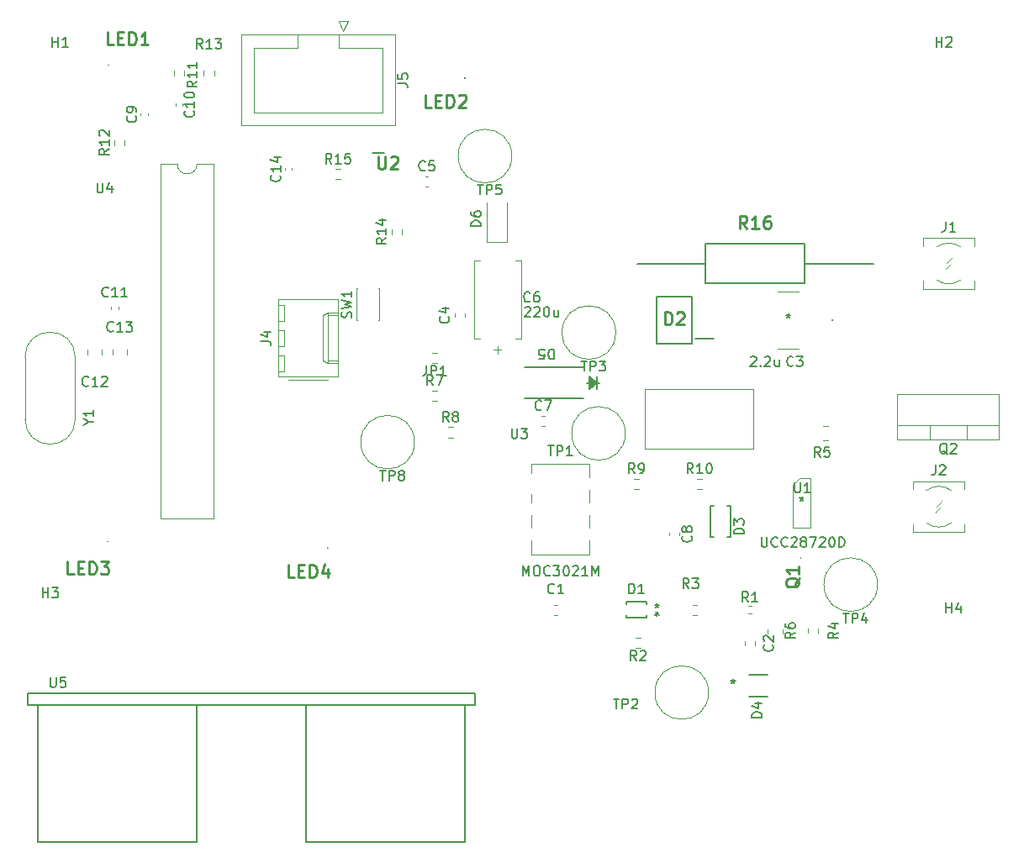
<source format=gto>
G04 #@! TF.GenerationSoftware,KiCad,Pcbnew,(7.0.0)*
G04 #@! TF.CreationDate,2023-03-08T04:37:20-06:00*
G04 #@! TF.ProjectId,445,3434352e-6b69-4636-9164-5f7063625858,rev?*
G04 #@! TF.SameCoordinates,Original*
G04 #@! TF.FileFunction,Legend,Top*
G04 #@! TF.FilePolarity,Positive*
%FSLAX46Y46*%
G04 Gerber Fmt 4.6, Leading zero omitted, Abs format (unit mm)*
G04 Created by KiCad (PCBNEW (7.0.0)) date 2023-03-08 04:37:20*
%MOMM*%
%LPD*%
G01*
G04 APERTURE LIST*
%ADD10C,0.150000*%
%ADD11C,0.254000*%
%ADD12C,0.120000*%
%ADD13C,0.200000*%
%ADD14C,0.100000*%
%ADD15C,0.127000*%
%ADD16C,0.152400*%
G04 APERTURE END LIST*
D10*
X182333333Y-57772142D02*
X182285714Y-57819761D01*
X182285714Y-57819761D02*
X182142857Y-57867380D01*
X182142857Y-57867380D02*
X182047619Y-57867380D01*
X182047619Y-57867380D02*
X181904762Y-57819761D01*
X181904762Y-57819761D02*
X181809524Y-57724523D01*
X181809524Y-57724523D02*
X181761905Y-57629285D01*
X181761905Y-57629285D02*
X181714286Y-57438809D01*
X181714286Y-57438809D02*
X181714286Y-57295952D01*
X181714286Y-57295952D02*
X181761905Y-57105476D01*
X181761905Y-57105476D02*
X181809524Y-57010238D01*
X181809524Y-57010238D02*
X181904762Y-56915000D01*
X181904762Y-56915000D02*
X182047619Y-56867380D01*
X182047619Y-56867380D02*
X182142857Y-56867380D01*
X182142857Y-56867380D02*
X182285714Y-56915000D01*
X182285714Y-56915000D02*
X182333333Y-56962619D01*
X183190476Y-56867380D02*
X183000000Y-56867380D01*
X183000000Y-56867380D02*
X182904762Y-56915000D01*
X182904762Y-56915000D02*
X182857143Y-56962619D01*
X182857143Y-56962619D02*
X182761905Y-57105476D01*
X182761905Y-57105476D02*
X182714286Y-57295952D01*
X182714286Y-57295952D02*
X182714286Y-57676904D01*
X182714286Y-57676904D02*
X182761905Y-57772142D01*
X182761905Y-57772142D02*
X182809524Y-57819761D01*
X182809524Y-57819761D02*
X182904762Y-57867380D01*
X182904762Y-57867380D02*
X183095238Y-57867380D01*
X183095238Y-57867380D02*
X183190476Y-57819761D01*
X183190476Y-57819761D02*
X183238095Y-57772142D01*
X183238095Y-57772142D02*
X183285714Y-57676904D01*
X183285714Y-57676904D02*
X183285714Y-57438809D01*
X183285714Y-57438809D02*
X183238095Y-57343571D01*
X183238095Y-57343571D02*
X183190476Y-57295952D01*
X183190476Y-57295952D02*
X183095238Y-57248333D01*
X183095238Y-57248333D02*
X182904762Y-57248333D01*
X182904762Y-57248333D02*
X182809524Y-57295952D01*
X182809524Y-57295952D02*
X182761905Y-57343571D01*
X182761905Y-57343571D02*
X182714286Y-57438809D01*
X181809524Y-58462619D02*
X181857143Y-58415000D01*
X181857143Y-58415000D02*
X181952381Y-58367380D01*
X181952381Y-58367380D02*
X182190476Y-58367380D01*
X182190476Y-58367380D02*
X182285714Y-58415000D01*
X182285714Y-58415000D02*
X182333333Y-58462619D01*
X182333333Y-58462619D02*
X182380952Y-58557857D01*
X182380952Y-58557857D02*
X182380952Y-58653095D01*
X182380952Y-58653095D02*
X182333333Y-58795952D01*
X182333333Y-58795952D02*
X181761905Y-59367380D01*
X181761905Y-59367380D02*
X182380952Y-59367380D01*
X182761905Y-58462619D02*
X182809524Y-58415000D01*
X182809524Y-58415000D02*
X182904762Y-58367380D01*
X182904762Y-58367380D02*
X183142857Y-58367380D01*
X183142857Y-58367380D02*
X183238095Y-58415000D01*
X183238095Y-58415000D02*
X183285714Y-58462619D01*
X183285714Y-58462619D02*
X183333333Y-58557857D01*
X183333333Y-58557857D02*
X183333333Y-58653095D01*
X183333333Y-58653095D02*
X183285714Y-58795952D01*
X183285714Y-58795952D02*
X182714286Y-59367380D01*
X182714286Y-59367380D02*
X183333333Y-59367380D01*
X183952381Y-58367380D02*
X184047619Y-58367380D01*
X184047619Y-58367380D02*
X184142857Y-58415000D01*
X184142857Y-58415000D02*
X184190476Y-58462619D01*
X184190476Y-58462619D02*
X184238095Y-58557857D01*
X184238095Y-58557857D02*
X184285714Y-58748333D01*
X184285714Y-58748333D02*
X184285714Y-58986428D01*
X184285714Y-58986428D02*
X184238095Y-59176904D01*
X184238095Y-59176904D02*
X184190476Y-59272142D01*
X184190476Y-59272142D02*
X184142857Y-59319761D01*
X184142857Y-59319761D02*
X184047619Y-59367380D01*
X184047619Y-59367380D02*
X183952381Y-59367380D01*
X183952381Y-59367380D02*
X183857143Y-59319761D01*
X183857143Y-59319761D02*
X183809524Y-59272142D01*
X183809524Y-59272142D02*
X183761905Y-59176904D01*
X183761905Y-59176904D02*
X183714286Y-58986428D01*
X183714286Y-58986428D02*
X183714286Y-58748333D01*
X183714286Y-58748333D02*
X183761905Y-58557857D01*
X183761905Y-58557857D02*
X183809524Y-58462619D01*
X183809524Y-58462619D02*
X183857143Y-58415000D01*
X183857143Y-58415000D02*
X183952381Y-58367380D01*
X185142857Y-58700714D02*
X185142857Y-59367380D01*
X184714286Y-58700714D02*
X184714286Y-59224523D01*
X184714286Y-59224523D02*
X184761905Y-59319761D01*
X184761905Y-59319761D02*
X184857143Y-59367380D01*
X184857143Y-59367380D02*
X185000000Y-59367380D01*
X185000000Y-59367380D02*
X185095238Y-59319761D01*
X185095238Y-59319761D02*
X185142857Y-59272142D01*
X134238095Y-32167380D02*
X134238095Y-31167380D01*
X134238095Y-31643571D02*
X134809523Y-31643571D01*
X134809523Y-32167380D02*
X134809523Y-31167380D01*
X135809523Y-32167380D02*
X135238095Y-32167380D01*
X135523809Y-32167380D02*
X135523809Y-31167380D01*
X135523809Y-31167380D02*
X135428571Y-31310238D01*
X135428571Y-31310238D02*
X135333333Y-31405476D01*
X135333333Y-31405476D02*
X135238095Y-31453095D01*
D11*
X167032380Y-43196573D02*
X167032380Y-44224669D01*
X167032380Y-44224669D02*
X167092857Y-44345621D01*
X167092857Y-44345621D02*
X167153333Y-44406097D01*
X167153333Y-44406097D02*
X167274285Y-44466573D01*
X167274285Y-44466573D02*
X167516190Y-44466573D01*
X167516190Y-44466573D02*
X167637142Y-44406097D01*
X167637142Y-44406097D02*
X167697619Y-44345621D01*
X167697619Y-44345621D02*
X167758095Y-44224669D01*
X167758095Y-44224669D02*
X167758095Y-43196573D01*
X168302380Y-43317526D02*
X168362856Y-43257050D01*
X168362856Y-43257050D02*
X168483809Y-43196573D01*
X168483809Y-43196573D02*
X168786190Y-43196573D01*
X168786190Y-43196573D02*
X168907142Y-43257050D01*
X168907142Y-43257050D02*
X168967618Y-43317526D01*
X168967618Y-43317526D02*
X169028095Y-43438478D01*
X169028095Y-43438478D02*
X169028095Y-43559430D01*
X169028095Y-43559430D02*
X168967618Y-43740859D01*
X168967618Y-43740859D02*
X168241904Y-44466573D01*
X168241904Y-44466573D02*
X169028095Y-44466573D01*
D10*
X137891190Y-69976190D02*
X138367380Y-69976190D01*
X137367380Y-70309523D02*
X137891190Y-69976190D01*
X137891190Y-69976190D02*
X137367380Y-69642857D01*
X138367380Y-68785714D02*
X138367380Y-69357142D01*
X138367380Y-69071428D02*
X137367380Y-69071428D01*
X137367380Y-69071428D02*
X137510238Y-69166666D01*
X137510238Y-69166666D02*
X137605476Y-69261904D01*
X137605476Y-69261904D02*
X137653095Y-69357142D01*
D11*
X195912618Y-60156573D02*
X195912618Y-58886573D01*
X195912618Y-58886573D02*
X196214999Y-58886573D01*
X196214999Y-58886573D02*
X196396428Y-58947050D01*
X196396428Y-58947050D02*
X196517380Y-59068002D01*
X196517380Y-59068002D02*
X196577857Y-59188954D01*
X196577857Y-59188954D02*
X196638333Y-59430859D01*
X196638333Y-59430859D02*
X196638333Y-59612288D01*
X196638333Y-59612288D02*
X196577857Y-59854192D01*
X196577857Y-59854192D02*
X196517380Y-59975145D01*
X196517380Y-59975145D02*
X196396428Y-60096097D01*
X196396428Y-60096097D02*
X196214999Y-60156573D01*
X196214999Y-60156573D02*
X195912618Y-60156573D01*
X197122142Y-59007526D02*
X197182618Y-58947050D01*
X197182618Y-58947050D02*
X197303571Y-58886573D01*
X197303571Y-58886573D02*
X197605952Y-58886573D01*
X197605952Y-58886573D02*
X197726904Y-58947050D01*
X197726904Y-58947050D02*
X197787380Y-59007526D01*
X197787380Y-59007526D02*
X197847857Y-59128478D01*
X197847857Y-59128478D02*
X197847857Y-59249430D01*
X197847857Y-59249430D02*
X197787380Y-59430859D01*
X197787380Y-59430859D02*
X197061666Y-60156573D01*
X197061666Y-60156573D02*
X197847857Y-60156573D01*
D10*
X184758333Y-87172142D02*
X184710714Y-87219761D01*
X184710714Y-87219761D02*
X184567857Y-87267380D01*
X184567857Y-87267380D02*
X184472619Y-87267380D01*
X184472619Y-87267380D02*
X184329762Y-87219761D01*
X184329762Y-87219761D02*
X184234524Y-87124523D01*
X184234524Y-87124523D02*
X184186905Y-87029285D01*
X184186905Y-87029285D02*
X184139286Y-86838809D01*
X184139286Y-86838809D02*
X184139286Y-86695952D01*
X184139286Y-86695952D02*
X184186905Y-86505476D01*
X184186905Y-86505476D02*
X184234524Y-86410238D01*
X184234524Y-86410238D02*
X184329762Y-86315000D01*
X184329762Y-86315000D02*
X184472619Y-86267380D01*
X184472619Y-86267380D02*
X184567857Y-86267380D01*
X184567857Y-86267380D02*
X184710714Y-86315000D01*
X184710714Y-86315000D02*
X184758333Y-86362619D01*
X185710714Y-87267380D02*
X185139286Y-87267380D01*
X185425000Y-87267380D02*
X185425000Y-86267380D01*
X185425000Y-86267380D02*
X185329762Y-86410238D01*
X185329762Y-86410238D02*
X185234524Y-86505476D01*
X185234524Y-86505476D02*
X185139286Y-86553095D01*
X174158333Y-69937380D02*
X173825000Y-69461190D01*
X173586905Y-69937380D02*
X173586905Y-68937380D01*
X173586905Y-68937380D02*
X173967857Y-68937380D01*
X173967857Y-68937380D02*
X174063095Y-68985000D01*
X174063095Y-68985000D02*
X174110714Y-69032619D01*
X174110714Y-69032619D02*
X174158333Y-69127857D01*
X174158333Y-69127857D02*
X174158333Y-69270714D01*
X174158333Y-69270714D02*
X174110714Y-69365952D01*
X174110714Y-69365952D02*
X174063095Y-69413571D01*
X174063095Y-69413571D02*
X173967857Y-69461190D01*
X173967857Y-69461190D02*
X173586905Y-69461190D01*
X174729762Y-69365952D02*
X174634524Y-69318333D01*
X174634524Y-69318333D02*
X174586905Y-69270714D01*
X174586905Y-69270714D02*
X174539286Y-69175476D01*
X174539286Y-69175476D02*
X174539286Y-69127857D01*
X174539286Y-69127857D02*
X174586905Y-69032619D01*
X174586905Y-69032619D02*
X174634524Y-68985000D01*
X174634524Y-68985000D02*
X174729762Y-68937380D01*
X174729762Y-68937380D02*
X174920238Y-68937380D01*
X174920238Y-68937380D02*
X175015476Y-68985000D01*
X175015476Y-68985000D02*
X175063095Y-69032619D01*
X175063095Y-69032619D02*
X175110714Y-69127857D01*
X175110714Y-69127857D02*
X175110714Y-69175476D01*
X175110714Y-69175476D02*
X175063095Y-69270714D01*
X175063095Y-69270714D02*
X175015476Y-69318333D01*
X175015476Y-69318333D02*
X174920238Y-69365952D01*
X174920238Y-69365952D02*
X174729762Y-69365952D01*
X174729762Y-69365952D02*
X174634524Y-69413571D01*
X174634524Y-69413571D02*
X174586905Y-69461190D01*
X174586905Y-69461190D02*
X174539286Y-69556428D01*
X174539286Y-69556428D02*
X174539286Y-69746904D01*
X174539286Y-69746904D02*
X174586905Y-69842142D01*
X174586905Y-69842142D02*
X174634524Y-69889761D01*
X174634524Y-69889761D02*
X174729762Y-69937380D01*
X174729762Y-69937380D02*
X174920238Y-69937380D01*
X174920238Y-69937380D02*
X175015476Y-69889761D01*
X175015476Y-69889761D02*
X175063095Y-69842142D01*
X175063095Y-69842142D02*
X175110714Y-69746904D01*
X175110714Y-69746904D02*
X175110714Y-69556428D01*
X175110714Y-69556428D02*
X175063095Y-69461190D01*
X175063095Y-69461190D02*
X175015476Y-69413571D01*
X175015476Y-69413571D02*
X174920238Y-69365952D01*
D11*
X204183571Y-50466573D02*
X203760237Y-49861811D01*
X203457856Y-50466573D02*
X203457856Y-49196573D01*
X203457856Y-49196573D02*
X203941666Y-49196573D01*
X203941666Y-49196573D02*
X204062618Y-49257050D01*
X204062618Y-49257050D02*
X204123095Y-49317526D01*
X204123095Y-49317526D02*
X204183571Y-49438478D01*
X204183571Y-49438478D02*
X204183571Y-49619907D01*
X204183571Y-49619907D02*
X204123095Y-49740859D01*
X204123095Y-49740859D02*
X204062618Y-49801335D01*
X204062618Y-49801335D02*
X203941666Y-49861811D01*
X203941666Y-49861811D02*
X203457856Y-49861811D01*
X205393095Y-50466573D02*
X204667380Y-50466573D01*
X205030237Y-50466573D02*
X205030237Y-49196573D01*
X205030237Y-49196573D02*
X204909285Y-49378002D01*
X204909285Y-49378002D02*
X204788333Y-49498954D01*
X204788333Y-49498954D02*
X204667380Y-49559430D01*
X206481666Y-49196573D02*
X206239761Y-49196573D01*
X206239761Y-49196573D02*
X206118809Y-49257050D01*
X206118809Y-49257050D02*
X206058333Y-49317526D01*
X206058333Y-49317526D02*
X205937380Y-49498954D01*
X205937380Y-49498954D02*
X205876904Y-49740859D01*
X205876904Y-49740859D02*
X205876904Y-50224669D01*
X205876904Y-50224669D02*
X205937380Y-50345621D01*
X205937380Y-50345621D02*
X205997857Y-50406097D01*
X205997857Y-50406097D02*
X206118809Y-50466573D01*
X206118809Y-50466573D02*
X206360714Y-50466573D01*
X206360714Y-50466573D02*
X206481666Y-50406097D01*
X206481666Y-50406097D02*
X206542142Y-50345621D01*
X206542142Y-50345621D02*
X206602619Y-50224669D01*
X206602619Y-50224669D02*
X206602619Y-49922288D01*
X206602619Y-49922288D02*
X206542142Y-49801335D01*
X206542142Y-49801335D02*
X206481666Y-49740859D01*
X206481666Y-49740859D02*
X206360714Y-49680383D01*
X206360714Y-49680383D02*
X206118809Y-49680383D01*
X206118809Y-49680383D02*
X205997857Y-49740859D01*
X205997857Y-49740859D02*
X205937380Y-49801335D01*
X205937380Y-49801335D02*
X205876904Y-49922288D01*
D10*
X223238095Y-32167380D02*
X223238095Y-31167380D01*
X223238095Y-31643571D02*
X223809523Y-31643571D01*
X223809523Y-32167380D02*
X223809523Y-31167380D01*
X224238095Y-31262619D02*
X224285714Y-31215000D01*
X224285714Y-31215000D02*
X224380952Y-31167380D01*
X224380952Y-31167380D02*
X224619047Y-31167380D01*
X224619047Y-31167380D02*
X224714285Y-31215000D01*
X224714285Y-31215000D02*
X224761904Y-31262619D01*
X224761904Y-31262619D02*
X224809523Y-31357857D01*
X224809523Y-31357857D02*
X224809523Y-31453095D01*
X224809523Y-31453095D02*
X224761904Y-31595952D01*
X224761904Y-31595952D02*
X224190476Y-32167380D01*
X224190476Y-32167380D02*
X224809523Y-32167380D01*
X138738095Y-45867380D02*
X138738095Y-46676904D01*
X138738095Y-46676904D02*
X138785714Y-46772142D01*
X138785714Y-46772142D02*
X138833333Y-46819761D01*
X138833333Y-46819761D02*
X138928571Y-46867380D01*
X138928571Y-46867380D02*
X139119047Y-46867380D01*
X139119047Y-46867380D02*
X139214285Y-46819761D01*
X139214285Y-46819761D02*
X139261904Y-46772142D01*
X139261904Y-46772142D02*
X139309523Y-46676904D01*
X139309523Y-46676904D02*
X139309523Y-45867380D01*
X140214285Y-46200714D02*
X140214285Y-46867380D01*
X139976190Y-45819761D02*
X139738095Y-46534047D01*
X139738095Y-46534047D02*
X140357142Y-46534047D01*
D11*
X172378809Y-38266573D02*
X171774047Y-38266573D01*
X171774047Y-38266573D02*
X171774047Y-36996573D01*
X172802142Y-37601335D02*
X173225476Y-37601335D01*
X173406904Y-38266573D02*
X172802142Y-38266573D01*
X172802142Y-38266573D02*
X172802142Y-36996573D01*
X172802142Y-36996573D02*
X173406904Y-36996573D01*
X173951190Y-38266573D02*
X173951190Y-36996573D01*
X173951190Y-36996573D02*
X174253571Y-36996573D01*
X174253571Y-36996573D02*
X174435000Y-37057050D01*
X174435000Y-37057050D02*
X174555952Y-37178002D01*
X174555952Y-37178002D02*
X174616429Y-37298954D01*
X174616429Y-37298954D02*
X174676905Y-37540859D01*
X174676905Y-37540859D02*
X174676905Y-37722288D01*
X174676905Y-37722288D02*
X174616429Y-37964192D01*
X174616429Y-37964192D02*
X174555952Y-38085145D01*
X174555952Y-38085145D02*
X174435000Y-38206097D01*
X174435000Y-38206097D02*
X174253571Y-38266573D01*
X174253571Y-38266573D02*
X173951190Y-38266573D01*
X175160714Y-37117526D02*
X175221190Y-37057050D01*
X175221190Y-37057050D02*
X175342143Y-36996573D01*
X175342143Y-36996573D02*
X175644524Y-36996573D01*
X175644524Y-36996573D02*
X175765476Y-37057050D01*
X175765476Y-37057050D02*
X175825952Y-37117526D01*
X175825952Y-37117526D02*
X175886429Y-37238478D01*
X175886429Y-37238478D02*
X175886429Y-37359430D01*
X175886429Y-37359430D02*
X175825952Y-37540859D01*
X175825952Y-37540859D02*
X175100238Y-38266573D01*
X175100238Y-38266573D02*
X175886429Y-38266573D01*
D10*
X134022649Y-95683762D02*
X134022649Y-96493706D01*
X134022649Y-96493706D02*
X134070292Y-96588994D01*
X134070292Y-96588994D02*
X134117936Y-96636638D01*
X134117936Y-96636638D02*
X134213224Y-96684282D01*
X134213224Y-96684282D02*
X134403799Y-96684282D01*
X134403799Y-96684282D02*
X134499087Y-96636638D01*
X134499087Y-96636638D02*
X134546730Y-96588994D01*
X134546730Y-96588994D02*
X134594374Y-96493706D01*
X134594374Y-96493706D02*
X134594374Y-95683762D01*
X135547251Y-95683762D02*
X135070813Y-95683762D01*
X135070813Y-95683762D02*
X135023169Y-96160200D01*
X135023169Y-96160200D02*
X135070813Y-96112556D01*
X135070813Y-96112556D02*
X135166100Y-96064912D01*
X135166100Y-96064912D02*
X135404319Y-96064912D01*
X135404319Y-96064912D02*
X135499607Y-96112556D01*
X135499607Y-96112556D02*
X135547251Y-96160200D01*
X135547251Y-96160200D02*
X135594894Y-96255487D01*
X135594894Y-96255487D02*
X135594894Y-96493706D01*
X135594894Y-96493706D02*
X135547251Y-96588994D01*
X135547251Y-96588994D02*
X135499607Y-96636638D01*
X135499607Y-96636638D02*
X135404319Y-96684282D01*
X135404319Y-96684282D02*
X135166100Y-96684282D01*
X135166100Y-96684282D02*
X135070813Y-96636638D01*
X135070813Y-96636638D02*
X135023169Y-96588994D01*
X177367380Y-50238094D02*
X176367380Y-50238094D01*
X176367380Y-50238094D02*
X176367380Y-49999999D01*
X176367380Y-49999999D02*
X176415000Y-49857142D01*
X176415000Y-49857142D02*
X176510238Y-49761904D01*
X176510238Y-49761904D02*
X176605476Y-49714285D01*
X176605476Y-49714285D02*
X176795952Y-49666666D01*
X176795952Y-49666666D02*
X176938809Y-49666666D01*
X176938809Y-49666666D02*
X177129285Y-49714285D01*
X177129285Y-49714285D02*
X177224523Y-49761904D01*
X177224523Y-49761904D02*
X177319761Y-49857142D01*
X177319761Y-49857142D02*
X177367380Y-49999999D01*
X177367380Y-49999999D02*
X177367380Y-50238094D01*
X176367380Y-48809523D02*
X176367380Y-48999999D01*
X176367380Y-48999999D02*
X176415000Y-49095237D01*
X176415000Y-49095237D02*
X176462619Y-49142856D01*
X176462619Y-49142856D02*
X176605476Y-49238094D01*
X176605476Y-49238094D02*
X176795952Y-49285713D01*
X176795952Y-49285713D02*
X177176904Y-49285713D01*
X177176904Y-49285713D02*
X177272142Y-49238094D01*
X177272142Y-49238094D02*
X177319761Y-49190475D01*
X177319761Y-49190475D02*
X177367380Y-49095237D01*
X177367380Y-49095237D02*
X177367380Y-48904761D01*
X177367380Y-48904761D02*
X177319761Y-48809523D01*
X177319761Y-48809523D02*
X177272142Y-48761904D01*
X177272142Y-48761904D02*
X177176904Y-48714285D01*
X177176904Y-48714285D02*
X176938809Y-48714285D01*
X176938809Y-48714285D02*
X176843571Y-48761904D01*
X176843571Y-48761904D02*
X176795952Y-48809523D01*
X176795952Y-48809523D02*
X176748333Y-48904761D01*
X176748333Y-48904761D02*
X176748333Y-49095237D01*
X176748333Y-49095237D02*
X176795952Y-49190475D01*
X176795952Y-49190475D02*
X176843571Y-49238094D01*
X176843571Y-49238094D02*
X176938809Y-49285713D01*
X208991295Y-76075380D02*
X208991295Y-76884904D01*
X208991295Y-76884904D02*
X209038914Y-76980142D01*
X209038914Y-76980142D02*
X209086533Y-77027761D01*
X209086533Y-77027761D02*
X209181771Y-77075380D01*
X209181771Y-77075380D02*
X209372247Y-77075380D01*
X209372247Y-77075380D02*
X209467485Y-77027761D01*
X209467485Y-77027761D02*
X209515104Y-76980142D01*
X209515104Y-76980142D02*
X209562723Y-76884904D01*
X209562723Y-76884904D02*
X209562723Y-76075380D01*
X210562723Y-77075380D02*
X209991295Y-77075380D01*
X210277009Y-77075380D02*
X210277009Y-76075380D01*
X210277009Y-76075380D02*
X210181771Y-76218238D01*
X210181771Y-76218238D02*
X210086533Y-76313476D01*
X210086533Y-76313476D02*
X209991295Y-76361095D01*
X205637333Y-81561780D02*
X205637333Y-82371304D01*
X205637333Y-82371304D02*
X205684952Y-82466542D01*
X205684952Y-82466542D02*
X205732571Y-82514161D01*
X205732571Y-82514161D02*
X205827809Y-82561780D01*
X205827809Y-82561780D02*
X206018285Y-82561780D01*
X206018285Y-82561780D02*
X206113523Y-82514161D01*
X206113523Y-82514161D02*
X206161142Y-82466542D01*
X206161142Y-82466542D02*
X206208761Y-82371304D01*
X206208761Y-82371304D02*
X206208761Y-81561780D01*
X207256380Y-82466542D02*
X207208761Y-82514161D01*
X207208761Y-82514161D02*
X207065904Y-82561780D01*
X207065904Y-82561780D02*
X206970666Y-82561780D01*
X206970666Y-82561780D02*
X206827809Y-82514161D01*
X206827809Y-82514161D02*
X206732571Y-82418923D01*
X206732571Y-82418923D02*
X206684952Y-82323685D01*
X206684952Y-82323685D02*
X206637333Y-82133209D01*
X206637333Y-82133209D02*
X206637333Y-81990352D01*
X206637333Y-81990352D02*
X206684952Y-81799876D01*
X206684952Y-81799876D02*
X206732571Y-81704638D01*
X206732571Y-81704638D02*
X206827809Y-81609400D01*
X206827809Y-81609400D02*
X206970666Y-81561780D01*
X206970666Y-81561780D02*
X207065904Y-81561780D01*
X207065904Y-81561780D02*
X207208761Y-81609400D01*
X207208761Y-81609400D02*
X207256380Y-81657019D01*
X208256380Y-82466542D02*
X208208761Y-82514161D01*
X208208761Y-82514161D02*
X208065904Y-82561780D01*
X208065904Y-82561780D02*
X207970666Y-82561780D01*
X207970666Y-82561780D02*
X207827809Y-82514161D01*
X207827809Y-82514161D02*
X207732571Y-82418923D01*
X207732571Y-82418923D02*
X207684952Y-82323685D01*
X207684952Y-82323685D02*
X207637333Y-82133209D01*
X207637333Y-82133209D02*
X207637333Y-81990352D01*
X207637333Y-81990352D02*
X207684952Y-81799876D01*
X207684952Y-81799876D02*
X207732571Y-81704638D01*
X207732571Y-81704638D02*
X207827809Y-81609400D01*
X207827809Y-81609400D02*
X207970666Y-81561780D01*
X207970666Y-81561780D02*
X208065904Y-81561780D01*
X208065904Y-81561780D02*
X208208761Y-81609400D01*
X208208761Y-81609400D02*
X208256380Y-81657019D01*
X208637333Y-81657019D02*
X208684952Y-81609400D01*
X208684952Y-81609400D02*
X208780190Y-81561780D01*
X208780190Y-81561780D02*
X209018285Y-81561780D01*
X209018285Y-81561780D02*
X209113523Y-81609400D01*
X209113523Y-81609400D02*
X209161142Y-81657019D01*
X209161142Y-81657019D02*
X209208761Y-81752257D01*
X209208761Y-81752257D02*
X209208761Y-81847495D01*
X209208761Y-81847495D02*
X209161142Y-81990352D01*
X209161142Y-81990352D02*
X208589714Y-82561780D01*
X208589714Y-82561780D02*
X209208761Y-82561780D01*
X209780190Y-81990352D02*
X209684952Y-81942733D01*
X209684952Y-81942733D02*
X209637333Y-81895114D01*
X209637333Y-81895114D02*
X209589714Y-81799876D01*
X209589714Y-81799876D02*
X209589714Y-81752257D01*
X209589714Y-81752257D02*
X209637333Y-81657019D01*
X209637333Y-81657019D02*
X209684952Y-81609400D01*
X209684952Y-81609400D02*
X209780190Y-81561780D01*
X209780190Y-81561780D02*
X209970666Y-81561780D01*
X209970666Y-81561780D02*
X210065904Y-81609400D01*
X210065904Y-81609400D02*
X210113523Y-81657019D01*
X210113523Y-81657019D02*
X210161142Y-81752257D01*
X210161142Y-81752257D02*
X210161142Y-81799876D01*
X210161142Y-81799876D02*
X210113523Y-81895114D01*
X210113523Y-81895114D02*
X210065904Y-81942733D01*
X210065904Y-81942733D02*
X209970666Y-81990352D01*
X209970666Y-81990352D02*
X209780190Y-81990352D01*
X209780190Y-81990352D02*
X209684952Y-82037971D01*
X209684952Y-82037971D02*
X209637333Y-82085590D01*
X209637333Y-82085590D02*
X209589714Y-82180828D01*
X209589714Y-82180828D02*
X209589714Y-82371304D01*
X209589714Y-82371304D02*
X209637333Y-82466542D01*
X209637333Y-82466542D02*
X209684952Y-82514161D01*
X209684952Y-82514161D02*
X209780190Y-82561780D01*
X209780190Y-82561780D02*
X209970666Y-82561780D01*
X209970666Y-82561780D02*
X210065904Y-82514161D01*
X210065904Y-82514161D02*
X210113523Y-82466542D01*
X210113523Y-82466542D02*
X210161142Y-82371304D01*
X210161142Y-82371304D02*
X210161142Y-82180828D01*
X210161142Y-82180828D02*
X210113523Y-82085590D01*
X210113523Y-82085590D02*
X210065904Y-82037971D01*
X210065904Y-82037971D02*
X209970666Y-81990352D01*
X210494476Y-81561780D02*
X211161142Y-81561780D01*
X211161142Y-81561780D02*
X210732571Y-82561780D01*
X211494476Y-81657019D02*
X211542095Y-81609400D01*
X211542095Y-81609400D02*
X211637333Y-81561780D01*
X211637333Y-81561780D02*
X211875428Y-81561780D01*
X211875428Y-81561780D02*
X211970666Y-81609400D01*
X211970666Y-81609400D02*
X212018285Y-81657019D01*
X212018285Y-81657019D02*
X212065904Y-81752257D01*
X212065904Y-81752257D02*
X212065904Y-81847495D01*
X212065904Y-81847495D02*
X212018285Y-81990352D01*
X212018285Y-81990352D02*
X211446857Y-82561780D01*
X211446857Y-82561780D02*
X212065904Y-82561780D01*
X212684952Y-81561780D02*
X212780190Y-81561780D01*
X212780190Y-81561780D02*
X212875428Y-81609400D01*
X212875428Y-81609400D02*
X212923047Y-81657019D01*
X212923047Y-81657019D02*
X212970666Y-81752257D01*
X212970666Y-81752257D02*
X213018285Y-81942733D01*
X213018285Y-81942733D02*
X213018285Y-82180828D01*
X213018285Y-82180828D02*
X212970666Y-82371304D01*
X212970666Y-82371304D02*
X212923047Y-82466542D01*
X212923047Y-82466542D02*
X212875428Y-82514161D01*
X212875428Y-82514161D02*
X212780190Y-82561780D01*
X212780190Y-82561780D02*
X212684952Y-82561780D01*
X212684952Y-82561780D02*
X212589714Y-82514161D01*
X212589714Y-82514161D02*
X212542095Y-82466542D01*
X212542095Y-82466542D02*
X212494476Y-82371304D01*
X212494476Y-82371304D02*
X212446857Y-82180828D01*
X212446857Y-82180828D02*
X212446857Y-81942733D01*
X212446857Y-81942733D02*
X212494476Y-81752257D01*
X212494476Y-81752257D02*
X212542095Y-81657019D01*
X212542095Y-81657019D02*
X212589714Y-81609400D01*
X212589714Y-81609400D02*
X212684952Y-81561780D01*
X213446857Y-82561780D02*
X213446857Y-81561780D01*
X213446857Y-81561780D02*
X213684952Y-81561780D01*
X213684952Y-81561780D02*
X213827809Y-81609400D01*
X213827809Y-81609400D02*
X213923047Y-81704638D01*
X213923047Y-81704638D02*
X213970666Y-81799876D01*
X213970666Y-81799876D02*
X214018285Y-81990352D01*
X214018285Y-81990352D02*
X214018285Y-82133209D01*
X214018285Y-82133209D02*
X213970666Y-82323685D01*
X213970666Y-82323685D02*
X213923047Y-82418923D01*
X213923047Y-82418923D02*
X213827809Y-82514161D01*
X213827809Y-82514161D02*
X213684952Y-82561780D01*
X213684952Y-82561780D02*
X213446857Y-82561780D01*
X209690000Y-77472380D02*
X209690000Y-77710476D01*
X209451905Y-77615238D02*
X209690000Y-77710476D01*
X209690000Y-77710476D02*
X209928095Y-77615238D01*
X209547143Y-77900952D02*
X209690000Y-77710476D01*
X209690000Y-77710476D02*
X209832857Y-77900952D01*
X169012380Y-35850833D02*
X169726666Y-35850833D01*
X169726666Y-35850833D02*
X169869523Y-35898452D01*
X169869523Y-35898452D02*
X169964761Y-35993690D01*
X169964761Y-35993690D02*
X170012380Y-36136547D01*
X170012380Y-36136547D02*
X170012380Y-36231785D01*
X169012380Y-34898452D02*
X169012380Y-35374642D01*
X169012380Y-35374642D02*
X169488571Y-35422261D01*
X169488571Y-35422261D02*
X169440952Y-35374642D01*
X169440952Y-35374642D02*
X169393333Y-35279404D01*
X169393333Y-35279404D02*
X169393333Y-35041309D01*
X169393333Y-35041309D02*
X169440952Y-34946071D01*
X169440952Y-34946071D02*
X169488571Y-34898452D01*
X169488571Y-34898452D02*
X169583809Y-34850833D01*
X169583809Y-34850833D02*
X169821904Y-34850833D01*
X169821904Y-34850833D02*
X169917142Y-34898452D01*
X169917142Y-34898452D02*
X169964761Y-34946071D01*
X169964761Y-34946071D02*
X170012380Y-35041309D01*
X170012380Y-35041309D02*
X170012380Y-35279404D01*
X170012380Y-35279404D02*
X169964761Y-35374642D01*
X169964761Y-35374642D02*
X169917142Y-35422261D01*
X139937380Y-42467857D02*
X139461190Y-42801190D01*
X139937380Y-43039285D02*
X138937380Y-43039285D01*
X138937380Y-43039285D02*
X138937380Y-42658333D01*
X138937380Y-42658333D02*
X138985000Y-42563095D01*
X138985000Y-42563095D02*
X139032619Y-42515476D01*
X139032619Y-42515476D02*
X139127857Y-42467857D01*
X139127857Y-42467857D02*
X139270714Y-42467857D01*
X139270714Y-42467857D02*
X139365952Y-42515476D01*
X139365952Y-42515476D02*
X139413571Y-42563095D01*
X139413571Y-42563095D02*
X139461190Y-42658333D01*
X139461190Y-42658333D02*
X139461190Y-43039285D01*
X139937380Y-41515476D02*
X139937380Y-42086904D01*
X139937380Y-41801190D02*
X138937380Y-41801190D01*
X138937380Y-41801190D02*
X139080238Y-41896428D01*
X139080238Y-41896428D02*
X139175476Y-41991666D01*
X139175476Y-41991666D02*
X139223095Y-42086904D01*
X139032619Y-41134523D02*
X138985000Y-41086904D01*
X138985000Y-41086904D02*
X138937380Y-40991666D01*
X138937380Y-40991666D02*
X138937380Y-40753571D01*
X138937380Y-40753571D02*
X138985000Y-40658333D01*
X138985000Y-40658333D02*
X139032619Y-40610714D01*
X139032619Y-40610714D02*
X139127857Y-40563095D01*
X139127857Y-40563095D02*
X139223095Y-40563095D01*
X139223095Y-40563095D02*
X139365952Y-40610714D01*
X139365952Y-40610714D02*
X139937380Y-41182142D01*
X139937380Y-41182142D02*
X139937380Y-40563095D01*
X213367380Y-91166666D02*
X212891190Y-91499999D01*
X213367380Y-91738094D02*
X212367380Y-91738094D01*
X212367380Y-91738094D02*
X212367380Y-91357142D01*
X212367380Y-91357142D02*
X212415000Y-91261904D01*
X212415000Y-91261904D02*
X212462619Y-91214285D01*
X212462619Y-91214285D02*
X212557857Y-91166666D01*
X212557857Y-91166666D02*
X212700714Y-91166666D01*
X212700714Y-91166666D02*
X212795952Y-91214285D01*
X212795952Y-91214285D02*
X212843571Y-91261904D01*
X212843571Y-91261904D02*
X212891190Y-91357142D01*
X212891190Y-91357142D02*
X212891190Y-91738094D01*
X212700714Y-90309523D02*
X213367380Y-90309523D01*
X212319761Y-90547618D02*
X213034047Y-90785713D01*
X213034047Y-90785713D02*
X213034047Y-90166666D01*
X140357142Y-60772142D02*
X140309523Y-60819761D01*
X140309523Y-60819761D02*
X140166666Y-60867380D01*
X140166666Y-60867380D02*
X140071428Y-60867380D01*
X140071428Y-60867380D02*
X139928571Y-60819761D01*
X139928571Y-60819761D02*
X139833333Y-60724523D01*
X139833333Y-60724523D02*
X139785714Y-60629285D01*
X139785714Y-60629285D02*
X139738095Y-60438809D01*
X139738095Y-60438809D02*
X139738095Y-60295952D01*
X139738095Y-60295952D02*
X139785714Y-60105476D01*
X139785714Y-60105476D02*
X139833333Y-60010238D01*
X139833333Y-60010238D02*
X139928571Y-59915000D01*
X139928571Y-59915000D02*
X140071428Y-59867380D01*
X140071428Y-59867380D02*
X140166666Y-59867380D01*
X140166666Y-59867380D02*
X140309523Y-59915000D01*
X140309523Y-59915000D02*
X140357142Y-59962619D01*
X141309523Y-60867380D02*
X140738095Y-60867380D01*
X141023809Y-60867380D02*
X141023809Y-59867380D01*
X141023809Y-59867380D02*
X140928571Y-60010238D01*
X140928571Y-60010238D02*
X140833333Y-60105476D01*
X140833333Y-60105476D02*
X140738095Y-60153095D01*
X141642857Y-59867380D02*
X142261904Y-59867380D01*
X142261904Y-59867380D02*
X141928571Y-60248333D01*
X141928571Y-60248333D02*
X142071428Y-60248333D01*
X142071428Y-60248333D02*
X142166666Y-60295952D01*
X142166666Y-60295952D02*
X142214285Y-60343571D01*
X142214285Y-60343571D02*
X142261904Y-60438809D01*
X142261904Y-60438809D02*
X142261904Y-60676904D01*
X142261904Y-60676904D02*
X142214285Y-60772142D01*
X142214285Y-60772142D02*
X142166666Y-60819761D01*
X142166666Y-60819761D02*
X142071428Y-60867380D01*
X142071428Y-60867380D02*
X141785714Y-60867380D01*
X141785714Y-60867380D02*
X141690476Y-60819761D01*
X141690476Y-60819761D02*
X141642857Y-60772142D01*
X211565833Y-73487380D02*
X211232500Y-73011190D01*
X210994405Y-73487380D02*
X210994405Y-72487380D01*
X210994405Y-72487380D02*
X211375357Y-72487380D01*
X211375357Y-72487380D02*
X211470595Y-72535000D01*
X211470595Y-72535000D02*
X211518214Y-72582619D01*
X211518214Y-72582619D02*
X211565833Y-72677857D01*
X211565833Y-72677857D02*
X211565833Y-72820714D01*
X211565833Y-72820714D02*
X211518214Y-72915952D01*
X211518214Y-72915952D02*
X211470595Y-72963571D01*
X211470595Y-72963571D02*
X211375357Y-73011190D01*
X211375357Y-73011190D02*
X210994405Y-73011190D01*
X212470595Y-72487380D02*
X211994405Y-72487380D01*
X211994405Y-72487380D02*
X211946786Y-72963571D01*
X211946786Y-72963571D02*
X211994405Y-72915952D01*
X211994405Y-72915952D02*
X212089643Y-72868333D01*
X212089643Y-72868333D02*
X212327738Y-72868333D01*
X212327738Y-72868333D02*
X212422976Y-72915952D01*
X212422976Y-72915952D02*
X212470595Y-72963571D01*
X212470595Y-72963571D02*
X212518214Y-73058809D01*
X212518214Y-73058809D02*
X212518214Y-73296904D01*
X212518214Y-73296904D02*
X212470595Y-73392142D01*
X212470595Y-73392142D02*
X212422976Y-73439761D01*
X212422976Y-73439761D02*
X212327738Y-73487380D01*
X212327738Y-73487380D02*
X212089643Y-73487380D01*
X212089643Y-73487380D02*
X211994405Y-73439761D01*
X211994405Y-73439761D02*
X211946786Y-73392142D01*
X148797380Y-35642857D02*
X148321190Y-35976190D01*
X148797380Y-36214285D02*
X147797380Y-36214285D01*
X147797380Y-36214285D02*
X147797380Y-35833333D01*
X147797380Y-35833333D02*
X147845000Y-35738095D01*
X147845000Y-35738095D02*
X147892619Y-35690476D01*
X147892619Y-35690476D02*
X147987857Y-35642857D01*
X147987857Y-35642857D02*
X148130714Y-35642857D01*
X148130714Y-35642857D02*
X148225952Y-35690476D01*
X148225952Y-35690476D02*
X148273571Y-35738095D01*
X148273571Y-35738095D02*
X148321190Y-35833333D01*
X148321190Y-35833333D02*
X148321190Y-36214285D01*
X148797380Y-34690476D02*
X148797380Y-35261904D01*
X148797380Y-34976190D02*
X147797380Y-34976190D01*
X147797380Y-34976190D02*
X147940238Y-35071428D01*
X147940238Y-35071428D02*
X148035476Y-35166666D01*
X148035476Y-35166666D02*
X148083095Y-35261904D01*
X148797380Y-33738095D02*
X148797380Y-34309523D01*
X148797380Y-34023809D02*
X147797380Y-34023809D01*
X147797380Y-34023809D02*
X147940238Y-34119047D01*
X147940238Y-34119047D02*
X148035476Y-34214285D01*
X148035476Y-34214285D02*
X148083095Y-34309523D01*
X206742142Y-92431666D02*
X206789761Y-92479285D01*
X206789761Y-92479285D02*
X206837380Y-92622142D01*
X206837380Y-92622142D02*
X206837380Y-92717380D01*
X206837380Y-92717380D02*
X206789761Y-92860237D01*
X206789761Y-92860237D02*
X206694523Y-92955475D01*
X206694523Y-92955475D02*
X206599285Y-93003094D01*
X206599285Y-93003094D02*
X206408809Y-93050713D01*
X206408809Y-93050713D02*
X206265952Y-93050713D01*
X206265952Y-93050713D02*
X206075476Y-93003094D01*
X206075476Y-93003094D02*
X205980238Y-92955475D01*
X205980238Y-92955475D02*
X205885000Y-92860237D01*
X205885000Y-92860237D02*
X205837380Y-92717380D01*
X205837380Y-92717380D02*
X205837380Y-92622142D01*
X205837380Y-92622142D02*
X205885000Y-92479285D01*
X205885000Y-92479285D02*
X205932619Y-92431666D01*
X205932619Y-92050713D02*
X205885000Y-92003094D01*
X205885000Y-92003094D02*
X205837380Y-91907856D01*
X205837380Y-91907856D02*
X205837380Y-91669761D01*
X205837380Y-91669761D02*
X205885000Y-91574523D01*
X205885000Y-91574523D02*
X205932619Y-91526904D01*
X205932619Y-91526904D02*
X206027857Y-91479285D01*
X206027857Y-91479285D02*
X206123095Y-91479285D01*
X206123095Y-91479285D02*
X206265952Y-91526904D01*
X206265952Y-91526904D02*
X206837380Y-92098332D01*
X206837380Y-92098332D02*
X206837380Y-91479285D01*
X209027380Y-91166666D02*
X208551190Y-91499999D01*
X209027380Y-91738094D02*
X208027380Y-91738094D01*
X208027380Y-91738094D02*
X208027380Y-91357142D01*
X208027380Y-91357142D02*
X208075000Y-91261904D01*
X208075000Y-91261904D02*
X208122619Y-91214285D01*
X208122619Y-91214285D02*
X208217857Y-91166666D01*
X208217857Y-91166666D02*
X208360714Y-91166666D01*
X208360714Y-91166666D02*
X208455952Y-91214285D01*
X208455952Y-91214285D02*
X208503571Y-91261904D01*
X208503571Y-91261904D02*
X208551190Y-91357142D01*
X208551190Y-91357142D02*
X208551190Y-91738094D01*
X208027380Y-90309523D02*
X208027380Y-90499999D01*
X208027380Y-90499999D02*
X208075000Y-90595237D01*
X208075000Y-90595237D02*
X208122619Y-90642856D01*
X208122619Y-90642856D02*
X208265476Y-90738094D01*
X208265476Y-90738094D02*
X208455952Y-90785713D01*
X208455952Y-90785713D02*
X208836904Y-90785713D01*
X208836904Y-90785713D02*
X208932142Y-90738094D01*
X208932142Y-90738094D02*
X208979761Y-90690475D01*
X208979761Y-90690475D02*
X209027380Y-90595237D01*
X209027380Y-90595237D02*
X209027380Y-90404761D01*
X209027380Y-90404761D02*
X208979761Y-90309523D01*
X208979761Y-90309523D02*
X208932142Y-90261904D01*
X208932142Y-90261904D02*
X208836904Y-90214285D01*
X208836904Y-90214285D02*
X208598809Y-90214285D01*
X208598809Y-90214285D02*
X208503571Y-90261904D01*
X208503571Y-90261904D02*
X208455952Y-90309523D01*
X208455952Y-90309523D02*
X208408333Y-90404761D01*
X208408333Y-90404761D02*
X208408333Y-90595237D01*
X208408333Y-90595237D02*
X208455952Y-90690475D01*
X208455952Y-90690475D02*
X208503571Y-90738094D01*
X208503571Y-90738094D02*
X208598809Y-90785713D01*
X205675580Y-99758094D02*
X204675580Y-99758094D01*
X204675580Y-99758094D02*
X204675580Y-99519999D01*
X204675580Y-99519999D02*
X204723200Y-99377142D01*
X204723200Y-99377142D02*
X204818438Y-99281904D01*
X204818438Y-99281904D02*
X204913676Y-99234285D01*
X204913676Y-99234285D02*
X205104152Y-99186666D01*
X205104152Y-99186666D02*
X205247009Y-99186666D01*
X205247009Y-99186666D02*
X205437485Y-99234285D01*
X205437485Y-99234285D02*
X205532723Y-99281904D01*
X205532723Y-99281904D02*
X205627961Y-99377142D01*
X205627961Y-99377142D02*
X205675580Y-99519999D01*
X205675580Y-99519999D02*
X205675580Y-99758094D01*
X205008914Y-98329523D02*
X205675580Y-98329523D01*
X204627961Y-98567618D02*
X205342247Y-98805713D01*
X205342247Y-98805713D02*
X205342247Y-98186666D01*
X202768200Y-95887380D02*
X202768200Y-96125476D01*
X202530105Y-96030238D02*
X202768200Y-96125476D01*
X202768200Y-96125476D02*
X203006295Y-96030238D01*
X202625343Y-96315952D02*
X202768200Y-96125476D01*
X202768200Y-96125476D02*
X202911057Y-96315952D01*
X202768200Y-95887380D02*
X202768200Y-96125476D01*
X202530105Y-96030238D02*
X202768200Y-96125476D01*
X202768200Y-96125476D02*
X203006295Y-96030238D01*
X202625343Y-96315952D02*
X202768200Y-96125476D01*
X202768200Y-96125476D02*
X202911057Y-96315952D01*
X177038095Y-46047380D02*
X177609523Y-46047380D01*
X177323809Y-47047380D02*
X177323809Y-46047380D01*
X177942857Y-47047380D02*
X177942857Y-46047380D01*
X177942857Y-46047380D02*
X178323809Y-46047380D01*
X178323809Y-46047380D02*
X178419047Y-46095000D01*
X178419047Y-46095000D02*
X178466666Y-46142619D01*
X178466666Y-46142619D02*
X178514285Y-46237857D01*
X178514285Y-46237857D02*
X178514285Y-46380714D01*
X178514285Y-46380714D02*
X178466666Y-46475952D01*
X178466666Y-46475952D02*
X178419047Y-46523571D01*
X178419047Y-46523571D02*
X178323809Y-46571190D01*
X178323809Y-46571190D02*
X177942857Y-46571190D01*
X179419047Y-46047380D02*
X178942857Y-46047380D01*
X178942857Y-46047380D02*
X178895238Y-46523571D01*
X178895238Y-46523571D02*
X178942857Y-46475952D01*
X178942857Y-46475952D02*
X179038095Y-46428333D01*
X179038095Y-46428333D02*
X179276190Y-46428333D01*
X179276190Y-46428333D02*
X179371428Y-46475952D01*
X179371428Y-46475952D02*
X179419047Y-46523571D01*
X179419047Y-46523571D02*
X179466666Y-46618809D01*
X179466666Y-46618809D02*
X179466666Y-46856904D01*
X179466666Y-46856904D02*
X179419047Y-46952142D01*
X179419047Y-46952142D02*
X179371428Y-46999761D01*
X179371428Y-46999761D02*
X179276190Y-47047380D01*
X179276190Y-47047380D02*
X179038095Y-47047380D01*
X179038095Y-47047380D02*
X178942857Y-46999761D01*
X178942857Y-46999761D02*
X178895238Y-46952142D01*
X198552142Y-81446666D02*
X198599761Y-81494285D01*
X198599761Y-81494285D02*
X198647380Y-81637142D01*
X198647380Y-81637142D02*
X198647380Y-81732380D01*
X198647380Y-81732380D02*
X198599761Y-81875237D01*
X198599761Y-81875237D02*
X198504523Y-81970475D01*
X198504523Y-81970475D02*
X198409285Y-82018094D01*
X198409285Y-82018094D02*
X198218809Y-82065713D01*
X198218809Y-82065713D02*
X198075952Y-82065713D01*
X198075952Y-82065713D02*
X197885476Y-82018094D01*
X197885476Y-82018094D02*
X197790238Y-81970475D01*
X197790238Y-81970475D02*
X197695000Y-81875237D01*
X197695000Y-81875237D02*
X197647380Y-81732380D01*
X197647380Y-81732380D02*
X197647380Y-81637142D01*
X197647380Y-81637142D02*
X197695000Y-81494285D01*
X197695000Y-81494285D02*
X197742619Y-81446666D01*
X198075952Y-80875237D02*
X198028333Y-80970475D01*
X198028333Y-80970475D02*
X197980714Y-81018094D01*
X197980714Y-81018094D02*
X197885476Y-81065713D01*
X197885476Y-81065713D02*
X197837857Y-81065713D01*
X197837857Y-81065713D02*
X197742619Y-81018094D01*
X197742619Y-81018094D02*
X197695000Y-80970475D01*
X197695000Y-80970475D02*
X197647380Y-80875237D01*
X197647380Y-80875237D02*
X197647380Y-80684761D01*
X197647380Y-80684761D02*
X197695000Y-80589523D01*
X197695000Y-80589523D02*
X197742619Y-80541904D01*
X197742619Y-80541904D02*
X197837857Y-80494285D01*
X197837857Y-80494285D02*
X197885476Y-80494285D01*
X197885476Y-80494285D02*
X197980714Y-80541904D01*
X197980714Y-80541904D02*
X198028333Y-80589523D01*
X198028333Y-80589523D02*
X198075952Y-80684761D01*
X198075952Y-80684761D02*
X198075952Y-80875237D01*
X198075952Y-80875237D02*
X198123571Y-80970475D01*
X198123571Y-80970475D02*
X198171190Y-81018094D01*
X198171190Y-81018094D02*
X198266428Y-81065713D01*
X198266428Y-81065713D02*
X198456904Y-81065713D01*
X198456904Y-81065713D02*
X198552142Y-81018094D01*
X198552142Y-81018094D02*
X198599761Y-80970475D01*
X198599761Y-80970475D02*
X198647380Y-80875237D01*
X198647380Y-80875237D02*
X198647380Y-80684761D01*
X198647380Y-80684761D02*
X198599761Y-80589523D01*
X198599761Y-80589523D02*
X198552142Y-80541904D01*
X198552142Y-80541904D02*
X198456904Y-80494285D01*
X198456904Y-80494285D02*
X198266428Y-80494285D01*
X198266428Y-80494285D02*
X198171190Y-80541904D01*
X198171190Y-80541904D02*
X198123571Y-80589523D01*
X198123571Y-80589523D02*
X198075952Y-80684761D01*
X192301905Y-87267380D02*
X192301905Y-86267380D01*
X192301905Y-86267380D02*
X192540000Y-86267380D01*
X192540000Y-86267380D02*
X192682857Y-86315000D01*
X192682857Y-86315000D02*
X192778095Y-86410238D01*
X192778095Y-86410238D02*
X192825714Y-86505476D01*
X192825714Y-86505476D02*
X192873333Y-86695952D01*
X192873333Y-86695952D02*
X192873333Y-86838809D01*
X192873333Y-86838809D02*
X192825714Y-87029285D01*
X192825714Y-87029285D02*
X192778095Y-87124523D01*
X192778095Y-87124523D02*
X192682857Y-87219761D01*
X192682857Y-87219761D02*
X192540000Y-87267380D01*
X192540000Y-87267380D02*
X192301905Y-87267380D01*
X193825714Y-87267380D02*
X193254286Y-87267380D01*
X193540000Y-87267380D02*
X193540000Y-86267380D01*
X193540000Y-86267380D02*
X193444762Y-86410238D01*
X193444762Y-86410238D02*
X193349524Y-86505476D01*
X193349524Y-86505476D02*
X193254286Y-86553095D01*
X195122800Y-88267380D02*
X195122800Y-88505476D01*
X194884705Y-88410238D02*
X195122800Y-88505476D01*
X195122800Y-88505476D02*
X195360895Y-88410238D01*
X194979943Y-88695952D02*
X195122800Y-88505476D01*
X195122800Y-88505476D02*
X195265657Y-88695952D01*
X195122799Y-89532619D02*
X195122799Y-89294523D01*
X195360894Y-89389761D02*
X195122799Y-89294523D01*
X195122799Y-89294523D02*
X194884704Y-89389761D01*
X195265656Y-89104047D02*
X195122799Y-89294523D01*
X195122799Y-89294523D02*
X194979942Y-89104047D01*
X190738095Y-97867380D02*
X191309523Y-97867380D01*
X191023809Y-98867380D02*
X191023809Y-97867380D01*
X191642857Y-98867380D02*
X191642857Y-97867380D01*
X191642857Y-97867380D02*
X192023809Y-97867380D01*
X192023809Y-97867380D02*
X192119047Y-97915000D01*
X192119047Y-97915000D02*
X192166666Y-97962619D01*
X192166666Y-97962619D02*
X192214285Y-98057857D01*
X192214285Y-98057857D02*
X192214285Y-98200714D01*
X192214285Y-98200714D02*
X192166666Y-98295952D01*
X192166666Y-98295952D02*
X192119047Y-98343571D01*
X192119047Y-98343571D02*
X192023809Y-98391190D01*
X192023809Y-98391190D02*
X191642857Y-98391190D01*
X192595238Y-97962619D02*
X192642857Y-97915000D01*
X192642857Y-97915000D02*
X192738095Y-97867380D01*
X192738095Y-97867380D02*
X192976190Y-97867380D01*
X192976190Y-97867380D02*
X193071428Y-97915000D01*
X193071428Y-97915000D02*
X193119047Y-97962619D01*
X193119047Y-97962619D02*
X193166666Y-98057857D01*
X193166666Y-98057857D02*
X193166666Y-98153095D01*
X193166666Y-98153095D02*
X193119047Y-98295952D01*
X193119047Y-98295952D02*
X192547619Y-98867380D01*
X192547619Y-98867380D02*
X193166666Y-98867380D01*
D11*
X140378809Y-31966573D02*
X139774047Y-31966573D01*
X139774047Y-31966573D02*
X139774047Y-30696573D01*
X140802142Y-31301335D02*
X141225476Y-31301335D01*
X141406904Y-31966573D02*
X140802142Y-31966573D01*
X140802142Y-31966573D02*
X140802142Y-30696573D01*
X140802142Y-30696573D02*
X141406904Y-30696573D01*
X141951190Y-31966573D02*
X141951190Y-30696573D01*
X141951190Y-30696573D02*
X142253571Y-30696573D01*
X142253571Y-30696573D02*
X142435000Y-30757050D01*
X142435000Y-30757050D02*
X142555952Y-30878002D01*
X142555952Y-30878002D02*
X142616429Y-30998954D01*
X142616429Y-30998954D02*
X142676905Y-31240859D01*
X142676905Y-31240859D02*
X142676905Y-31422288D01*
X142676905Y-31422288D02*
X142616429Y-31664192D01*
X142616429Y-31664192D02*
X142555952Y-31785145D01*
X142555952Y-31785145D02*
X142435000Y-31906097D01*
X142435000Y-31906097D02*
X142253571Y-31966573D01*
X142253571Y-31966573D02*
X141951190Y-31966573D01*
X143886429Y-31966573D02*
X143160714Y-31966573D01*
X143523571Y-31966573D02*
X143523571Y-30696573D01*
X143523571Y-30696573D02*
X143402619Y-30878002D01*
X143402619Y-30878002D02*
X143281667Y-30998954D01*
X143281667Y-30998954D02*
X143160714Y-31059430D01*
D10*
X193064333Y-93999380D02*
X192731000Y-93523190D01*
X192492905Y-93999380D02*
X192492905Y-92999380D01*
X192492905Y-92999380D02*
X192873857Y-92999380D01*
X192873857Y-92999380D02*
X192969095Y-93047000D01*
X192969095Y-93047000D02*
X193016714Y-93094619D01*
X193016714Y-93094619D02*
X193064333Y-93189857D01*
X193064333Y-93189857D02*
X193064333Y-93332714D01*
X193064333Y-93332714D02*
X193016714Y-93427952D01*
X193016714Y-93427952D02*
X192969095Y-93475571D01*
X192969095Y-93475571D02*
X192873857Y-93523190D01*
X192873857Y-93523190D02*
X192492905Y-93523190D01*
X193445286Y-93094619D02*
X193492905Y-93047000D01*
X193492905Y-93047000D02*
X193588143Y-92999380D01*
X193588143Y-92999380D02*
X193826238Y-92999380D01*
X193826238Y-92999380D02*
X193921476Y-93047000D01*
X193921476Y-93047000D02*
X193969095Y-93094619D01*
X193969095Y-93094619D02*
X194016714Y-93189857D01*
X194016714Y-93189857D02*
X194016714Y-93285095D01*
X194016714Y-93285095D02*
X193969095Y-93427952D01*
X193969095Y-93427952D02*
X193397667Y-93999380D01*
X193397667Y-93999380D02*
X194016714Y-93999380D01*
X224238095Y-89167380D02*
X224238095Y-88167380D01*
X224238095Y-88643571D02*
X224809523Y-88643571D01*
X224809523Y-89167380D02*
X224809523Y-88167380D01*
X225714285Y-88500714D02*
X225714285Y-89167380D01*
X225476190Y-88119761D02*
X225238095Y-88834047D01*
X225238095Y-88834047D02*
X225857142Y-88834047D01*
X171886666Y-64297380D02*
X171886666Y-65011666D01*
X171886666Y-65011666D02*
X171839047Y-65154523D01*
X171839047Y-65154523D02*
X171743809Y-65249761D01*
X171743809Y-65249761D02*
X171600952Y-65297380D01*
X171600952Y-65297380D02*
X171505714Y-65297380D01*
X172362857Y-65297380D02*
X172362857Y-64297380D01*
X172362857Y-64297380D02*
X172743809Y-64297380D01*
X172743809Y-64297380D02*
X172839047Y-64345000D01*
X172839047Y-64345000D02*
X172886666Y-64392619D01*
X172886666Y-64392619D02*
X172934285Y-64487857D01*
X172934285Y-64487857D02*
X172934285Y-64630714D01*
X172934285Y-64630714D02*
X172886666Y-64725952D01*
X172886666Y-64725952D02*
X172839047Y-64773571D01*
X172839047Y-64773571D02*
X172743809Y-64821190D01*
X172743809Y-64821190D02*
X172362857Y-64821190D01*
X173886666Y-65297380D02*
X173315238Y-65297380D01*
X173600952Y-65297380D02*
X173600952Y-64297380D01*
X173600952Y-64297380D02*
X173505714Y-64440238D01*
X173505714Y-64440238D02*
X173410476Y-64535476D01*
X173410476Y-64535476D02*
X173315238Y-64583095D01*
X192873333Y-75137380D02*
X192540000Y-74661190D01*
X192301905Y-75137380D02*
X192301905Y-74137380D01*
X192301905Y-74137380D02*
X192682857Y-74137380D01*
X192682857Y-74137380D02*
X192778095Y-74185000D01*
X192778095Y-74185000D02*
X192825714Y-74232619D01*
X192825714Y-74232619D02*
X192873333Y-74327857D01*
X192873333Y-74327857D02*
X192873333Y-74470714D01*
X192873333Y-74470714D02*
X192825714Y-74565952D01*
X192825714Y-74565952D02*
X192778095Y-74613571D01*
X192778095Y-74613571D02*
X192682857Y-74661190D01*
X192682857Y-74661190D02*
X192301905Y-74661190D01*
X193349524Y-75137380D02*
X193540000Y-75137380D01*
X193540000Y-75137380D02*
X193635238Y-75089761D01*
X193635238Y-75089761D02*
X193682857Y-75042142D01*
X193682857Y-75042142D02*
X193778095Y-74899285D01*
X193778095Y-74899285D02*
X193825714Y-74708809D01*
X193825714Y-74708809D02*
X193825714Y-74327857D01*
X193825714Y-74327857D02*
X193778095Y-74232619D01*
X193778095Y-74232619D02*
X193730476Y-74185000D01*
X193730476Y-74185000D02*
X193635238Y-74137380D01*
X193635238Y-74137380D02*
X193444762Y-74137380D01*
X193444762Y-74137380D02*
X193349524Y-74185000D01*
X193349524Y-74185000D02*
X193301905Y-74232619D01*
X193301905Y-74232619D02*
X193254286Y-74327857D01*
X193254286Y-74327857D02*
X193254286Y-74565952D01*
X193254286Y-74565952D02*
X193301905Y-74661190D01*
X193301905Y-74661190D02*
X193349524Y-74708809D01*
X193349524Y-74708809D02*
X193444762Y-74756428D01*
X193444762Y-74756428D02*
X193635238Y-74756428D01*
X193635238Y-74756428D02*
X193730476Y-74708809D01*
X193730476Y-74708809D02*
X193778095Y-74661190D01*
X193778095Y-74661190D02*
X193825714Y-74565952D01*
X149357142Y-32367380D02*
X149023809Y-31891190D01*
X148785714Y-32367380D02*
X148785714Y-31367380D01*
X148785714Y-31367380D02*
X149166666Y-31367380D01*
X149166666Y-31367380D02*
X149261904Y-31415000D01*
X149261904Y-31415000D02*
X149309523Y-31462619D01*
X149309523Y-31462619D02*
X149357142Y-31557857D01*
X149357142Y-31557857D02*
X149357142Y-31700714D01*
X149357142Y-31700714D02*
X149309523Y-31795952D01*
X149309523Y-31795952D02*
X149261904Y-31843571D01*
X149261904Y-31843571D02*
X149166666Y-31891190D01*
X149166666Y-31891190D02*
X148785714Y-31891190D01*
X150309523Y-32367380D02*
X149738095Y-32367380D01*
X150023809Y-32367380D02*
X150023809Y-31367380D01*
X150023809Y-31367380D02*
X149928571Y-31510238D01*
X149928571Y-31510238D02*
X149833333Y-31605476D01*
X149833333Y-31605476D02*
X149738095Y-31653095D01*
X150642857Y-31367380D02*
X151261904Y-31367380D01*
X151261904Y-31367380D02*
X150928571Y-31748333D01*
X150928571Y-31748333D02*
X151071428Y-31748333D01*
X151071428Y-31748333D02*
X151166666Y-31795952D01*
X151166666Y-31795952D02*
X151214285Y-31843571D01*
X151214285Y-31843571D02*
X151261904Y-31938809D01*
X151261904Y-31938809D02*
X151261904Y-32176904D01*
X151261904Y-32176904D02*
X151214285Y-32272142D01*
X151214285Y-32272142D02*
X151166666Y-32319761D01*
X151166666Y-32319761D02*
X151071428Y-32367380D01*
X151071428Y-32367380D02*
X150785714Y-32367380D01*
X150785714Y-32367380D02*
X150690476Y-32319761D01*
X150690476Y-32319761D02*
X150642857Y-32272142D01*
X223166666Y-74307380D02*
X223166666Y-75021666D01*
X223166666Y-75021666D02*
X223119047Y-75164523D01*
X223119047Y-75164523D02*
X223023809Y-75259761D01*
X223023809Y-75259761D02*
X222880952Y-75307380D01*
X222880952Y-75307380D02*
X222785714Y-75307380D01*
X223595238Y-74402619D02*
X223642857Y-74355000D01*
X223642857Y-74355000D02*
X223738095Y-74307380D01*
X223738095Y-74307380D02*
X223976190Y-74307380D01*
X223976190Y-74307380D02*
X224071428Y-74355000D01*
X224071428Y-74355000D02*
X224119047Y-74402619D01*
X224119047Y-74402619D02*
X224166666Y-74497857D01*
X224166666Y-74497857D02*
X224166666Y-74593095D01*
X224166666Y-74593095D02*
X224119047Y-74735952D01*
X224119047Y-74735952D02*
X223547619Y-75307380D01*
X223547619Y-75307380D02*
X224166666Y-75307380D01*
X187502895Y-63827380D02*
X188074323Y-63827380D01*
X187788609Y-64827380D02*
X187788609Y-63827380D01*
X188407657Y-64827380D02*
X188407657Y-63827380D01*
X188407657Y-63827380D02*
X188788609Y-63827380D01*
X188788609Y-63827380D02*
X188883847Y-63875000D01*
X188883847Y-63875000D02*
X188931466Y-63922619D01*
X188931466Y-63922619D02*
X188979085Y-64017857D01*
X188979085Y-64017857D02*
X188979085Y-64160714D01*
X188979085Y-64160714D02*
X188931466Y-64255952D01*
X188931466Y-64255952D02*
X188883847Y-64303571D01*
X188883847Y-64303571D02*
X188788609Y-64351190D01*
X188788609Y-64351190D02*
X188407657Y-64351190D01*
X189312419Y-63827380D02*
X189931466Y-63827380D01*
X189931466Y-63827380D02*
X189598133Y-64208333D01*
X189598133Y-64208333D02*
X189740990Y-64208333D01*
X189740990Y-64208333D02*
X189836228Y-64255952D01*
X189836228Y-64255952D02*
X189883847Y-64303571D01*
X189883847Y-64303571D02*
X189931466Y-64398809D01*
X189931466Y-64398809D02*
X189931466Y-64636904D01*
X189931466Y-64636904D02*
X189883847Y-64732142D01*
X189883847Y-64732142D02*
X189836228Y-64779761D01*
X189836228Y-64779761D02*
X189740990Y-64827380D01*
X189740990Y-64827380D02*
X189455276Y-64827380D01*
X189455276Y-64827380D02*
X189360038Y-64779761D01*
X189360038Y-64779761D02*
X189312419Y-64732142D01*
X167238095Y-74867380D02*
X167809523Y-74867380D01*
X167523809Y-75867380D02*
X167523809Y-74867380D01*
X168142857Y-75867380D02*
X168142857Y-74867380D01*
X168142857Y-74867380D02*
X168523809Y-74867380D01*
X168523809Y-74867380D02*
X168619047Y-74915000D01*
X168619047Y-74915000D02*
X168666666Y-74962619D01*
X168666666Y-74962619D02*
X168714285Y-75057857D01*
X168714285Y-75057857D02*
X168714285Y-75200714D01*
X168714285Y-75200714D02*
X168666666Y-75295952D01*
X168666666Y-75295952D02*
X168619047Y-75343571D01*
X168619047Y-75343571D02*
X168523809Y-75391190D01*
X168523809Y-75391190D02*
X168142857Y-75391190D01*
X169285714Y-75295952D02*
X169190476Y-75248333D01*
X169190476Y-75248333D02*
X169142857Y-75200714D01*
X169142857Y-75200714D02*
X169095238Y-75105476D01*
X169095238Y-75105476D02*
X169095238Y-75057857D01*
X169095238Y-75057857D02*
X169142857Y-74962619D01*
X169142857Y-74962619D02*
X169190476Y-74915000D01*
X169190476Y-74915000D02*
X169285714Y-74867380D01*
X169285714Y-74867380D02*
X169476190Y-74867380D01*
X169476190Y-74867380D02*
X169571428Y-74915000D01*
X169571428Y-74915000D02*
X169619047Y-74962619D01*
X169619047Y-74962619D02*
X169666666Y-75057857D01*
X169666666Y-75057857D02*
X169666666Y-75105476D01*
X169666666Y-75105476D02*
X169619047Y-75200714D01*
X169619047Y-75200714D02*
X169571428Y-75248333D01*
X169571428Y-75248333D02*
X169476190Y-75295952D01*
X169476190Y-75295952D02*
X169285714Y-75295952D01*
X169285714Y-75295952D02*
X169190476Y-75343571D01*
X169190476Y-75343571D02*
X169142857Y-75391190D01*
X169142857Y-75391190D02*
X169095238Y-75486428D01*
X169095238Y-75486428D02*
X169095238Y-75676904D01*
X169095238Y-75676904D02*
X169142857Y-75772142D01*
X169142857Y-75772142D02*
X169190476Y-75819761D01*
X169190476Y-75819761D02*
X169285714Y-75867380D01*
X169285714Y-75867380D02*
X169476190Y-75867380D01*
X169476190Y-75867380D02*
X169571428Y-75819761D01*
X169571428Y-75819761D02*
X169619047Y-75772142D01*
X169619047Y-75772142D02*
X169666666Y-75676904D01*
X169666666Y-75676904D02*
X169666666Y-75486428D01*
X169666666Y-75486428D02*
X169619047Y-75391190D01*
X169619047Y-75391190D02*
X169571428Y-75343571D01*
X169571428Y-75343571D02*
X169476190Y-75295952D01*
X198333333Y-86727380D02*
X198000000Y-86251190D01*
X197761905Y-86727380D02*
X197761905Y-85727380D01*
X197761905Y-85727380D02*
X198142857Y-85727380D01*
X198142857Y-85727380D02*
X198238095Y-85775000D01*
X198238095Y-85775000D02*
X198285714Y-85822619D01*
X198285714Y-85822619D02*
X198333333Y-85917857D01*
X198333333Y-85917857D02*
X198333333Y-86060714D01*
X198333333Y-86060714D02*
X198285714Y-86155952D01*
X198285714Y-86155952D02*
X198238095Y-86203571D01*
X198238095Y-86203571D02*
X198142857Y-86251190D01*
X198142857Y-86251190D02*
X197761905Y-86251190D01*
X198666667Y-85727380D02*
X199285714Y-85727380D01*
X199285714Y-85727380D02*
X198952381Y-86108333D01*
X198952381Y-86108333D02*
X199095238Y-86108333D01*
X199095238Y-86108333D02*
X199190476Y-86155952D01*
X199190476Y-86155952D02*
X199238095Y-86203571D01*
X199238095Y-86203571D02*
X199285714Y-86298809D01*
X199285714Y-86298809D02*
X199285714Y-86536904D01*
X199285714Y-86536904D02*
X199238095Y-86632142D01*
X199238095Y-86632142D02*
X199190476Y-86679761D01*
X199190476Y-86679761D02*
X199095238Y-86727380D01*
X199095238Y-86727380D02*
X198809524Y-86727380D01*
X198809524Y-86727380D02*
X198714286Y-86679761D01*
X198714286Y-86679761D02*
X198666667Y-86632142D01*
X174102142Y-59361666D02*
X174149761Y-59409285D01*
X174149761Y-59409285D02*
X174197380Y-59552142D01*
X174197380Y-59552142D02*
X174197380Y-59647380D01*
X174197380Y-59647380D02*
X174149761Y-59790237D01*
X174149761Y-59790237D02*
X174054523Y-59885475D01*
X174054523Y-59885475D02*
X173959285Y-59933094D01*
X173959285Y-59933094D02*
X173768809Y-59980713D01*
X173768809Y-59980713D02*
X173625952Y-59980713D01*
X173625952Y-59980713D02*
X173435476Y-59933094D01*
X173435476Y-59933094D02*
X173340238Y-59885475D01*
X173340238Y-59885475D02*
X173245000Y-59790237D01*
X173245000Y-59790237D02*
X173197380Y-59647380D01*
X173197380Y-59647380D02*
X173197380Y-59552142D01*
X173197380Y-59552142D02*
X173245000Y-59409285D01*
X173245000Y-59409285D02*
X173292619Y-59361666D01*
X173530714Y-58504523D02*
X174197380Y-58504523D01*
X173149761Y-58742618D02*
X173864047Y-58980713D01*
X173864047Y-58980713D02*
X173864047Y-58361666D01*
X139857142Y-57272142D02*
X139809523Y-57319761D01*
X139809523Y-57319761D02*
X139666666Y-57367380D01*
X139666666Y-57367380D02*
X139571428Y-57367380D01*
X139571428Y-57367380D02*
X139428571Y-57319761D01*
X139428571Y-57319761D02*
X139333333Y-57224523D01*
X139333333Y-57224523D02*
X139285714Y-57129285D01*
X139285714Y-57129285D02*
X139238095Y-56938809D01*
X139238095Y-56938809D02*
X139238095Y-56795952D01*
X139238095Y-56795952D02*
X139285714Y-56605476D01*
X139285714Y-56605476D02*
X139333333Y-56510238D01*
X139333333Y-56510238D02*
X139428571Y-56415000D01*
X139428571Y-56415000D02*
X139571428Y-56367380D01*
X139571428Y-56367380D02*
X139666666Y-56367380D01*
X139666666Y-56367380D02*
X139809523Y-56415000D01*
X139809523Y-56415000D02*
X139857142Y-56462619D01*
X140809523Y-57367380D02*
X140238095Y-57367380D01*
X140523809Y-57367380D02*
X140523809Y-56367380D01*
X140523809Y-56367380D02*
X140428571Y-56510238D01*
X140428571Y-56510238D02*
X140333333Y-56605476D01*
X140333333Y-56605476D02*
X140238095Y-56653095D01*
X141761904Y-57367380D02*
X141190476Y-57367380D01*
X141476190Y-57367380D02*
X141476190Y-56367380D01*
X141476190Y-56367380D02*
X141380952Y-56510238D01*
X141380952Y-56510238D02*
X141285714Y-56605476D01*
X141285714Y-56605476D02*
X141190476Y-56653095D01*
X171778333Y-44562142D02*
X171730714Y-44609761D01*
X171730714Y-44609761D02*
X171587857Y-44657380D01*
X171587857Y-44657380D02*
X171492619Y-44657380D01*
X171492619Y-44657380D02*
X171349762Y-44609761D01*
X171349762Y-44609761D02*
X171254524Y-44514523D01*
X171254524Y-44514523D02*
X171206905Y-44419285D01*
X171206905Y-44419285D02*
X171159286Y-44228809D01*
X171159286Y-44228809D02*
X171159286Y-44085952D01*
X171159286Y-44085952D02*
X171206905Y-43895476D01*
X171206905Y-43895476D02*
X171254524Y-43800238D01*
X171254524Y-43800238D02*
X171349762Y-43705000D01*
X171349762Y-43705000D02*
X171492619Y-43657380D01*
X171492619Y-43657380D02*
X171587857Y-43657380D01*
X171587857Y-43657380D02*
X171730714Y-43705000D01*
X171730714Y-43705000D02*
X171778333Y-43752619D01*
X172683095Y-43657380D02*
X172206905Y-43657380D01*
X172206905Y-43657380D02*
X172159286Y-44133571D01*
X172159286Y-44133571D02*
X172206905Y-44085952D01*
X172206905Y-44085952D02*
X172302143Y-44038333D01*
X172302143Y-44038333D02*
X172540238Y-44038333D01*
X172540238Y-44038333D02*
X172635476Y-44085952D01*
X172635476Y-44085952D02*
X172683095Y-44133571D01*
X172683095Y-44133571D02*
X172730714Y-44228809D01*
X172730714Y-44228809D02*
X172730714Y-44466904D01*
X172730714Y-44466904D02*
X172683095Y-44562142D01*
X172683095Y-44562142D02*
X172635476Y-44609761D01*
X172635476Y-44609761D02*
X172540238Y-44657380D01*
X172540238Y-44657380D02*
X172302143Y-44657380D01*
X172302143Y-44657380D02*
X172206905Y-44609761D01*
X172206905Y-44609761D02*
X172159286Y-44562142D01*
X162357142Y-43937380D02*
X162023809Y-43461190D01*
X161785714Y-43937380D02*
X161785714Y-42937380D01*
X161785714Y-42937380D02*
X162166666Y-42937380D01*
X162166666Y-42937380D02*
X162261904Y-42985000D01*
X162261904Y-42985000D02*
X162309523Y-43032619D01*
X162309523Y-43032619D02*
X162357142Y-43127857D01*
X162357142Y-43127857D02*
X162357142Y-43270714D01*
X162357142Y-43270714D02*
X162309523Y-43365952D01*
X162309523Y-43365952D02*
X162261904Y-43413571D01*
X162261904Y-43413571D02*
X162166666Y-43461190D01*
X162166666Y-43461190D02*
X161785714Y-43461190D01*
X163309523Y-43937380D02*
X162738095Y-43937380D01*
X163023809Y-43937380D02*
X163023809Y-42937380D01*
X163023809Y-42937380D02*
X162928571Y-43080238D01*
X162928571Y-43080238D02*
X162833333Y-43175476D01*
X162833333Y-43175476D02*
X162738095Y-43223095D01*
X164214285Y-42937380D02*
X163738095Y-42937380D01*
X163738095Y-42937380D02*
X163690476Y-43413571D01*
X163690476Y-43413571D02*
X163738095Y-43365952D01*
X163738095Y-43365952D02*
X163833333Y-43318333D01*
X163833333Y-43318333D02*
X164071428Y-43318333D01*
X164071428Y-43318333D02*
X164166666Y-43365952D01*
X164166666Y-43365952D02*
X164214285Y-43413571D01*
X164214285Y-43413571D02*
X164261904Y-43508809D01*
X164261904Y-43508809D02*
X164261904Y-43746904D01*
X164261904Y-43746904D02*
X164214285Y-43842142D01*
X164214285Y-43842142D02*
X164166666Y-43889761D01*
X164166666Y-43889761D02*
X164071428Y-43937380D01*
X164071428Y-43937380D02*
X163833333Y-43937380D01*
X163833333Y-43937380D02*
X163738095Y-43889761D01*
X163738095Y-43889761D02*
X163690476Y-43842142D01*
X142612142Y-39146666D02*
X142659761Y-39194285D01*
X142659761Y-39194285D02*
X142707380Y-39337142D01*
X142707380Y-39337142D02*
X142707380Y-39432380D01*
X142707380Y-39432380D02*
X142659761Y-39575237D01*
X142659761Y-39575237D02*
X142564523Y-39670475D01*
X142564523Y-39670475D02*
X142469285Y-39718094D01*
X142469285Y-39718094D02*
X142278809Y-39765713D01*
X142278809Y-39765713D02*
X142135952Y-39765713D01*
X142135952Y-39765713D02*
X141945476Y-39718094D01*
X141945476Y-39718094D02*
X141850238Y-39670475D01*
X141850238Y-39670475D02*
X141755000Y-39575237D01*
X141755000Y-39575237D02*
X141707380Y-39432380D01*
X141707380Y-39432380D02*
X141707380Y-39337142D01*
X141707380Y-39337142D02*
X141755000Y-39194285D01*
X141755000Y-39194285D02*
X141802619Y-39146666D01*
X142707380Y-38670475D02*
X142707380Y-38479999D01*
X142707380Y-38479999D02*
X142659761Y-38384761D01*
X142659761Y-38384761D02*
X142612142Y-38337142D01*
X142612142Y-38337142D02*
X142469285Y-38241904D01*
X142469285Y-38241904D02*
X142278809Y-38194285D01*
X142278809Y-38194285D02*
X141897857Y-38194285D01*
X141897857Y-38194285D02*
X141802619Y-38241904D01*
X141802619Y-38241904D02*
X141755000Y-38289523D01*
X141755000Y-38289523D02*
X141707380Y-38384761D01*
X141707380Y-38384761D02*
X141707380Y-38575237D01*
X141707380Y-38575237D02*
X141755000Y-38670475D01*
X141755000Y-38670475D02*
X141802619Y-38718094D01*
X141802619Y-38718094D02*
X141897857Y-38765713D01*
X141897857Y-38765713D02*
X142135952Y-38765713D01*
X142135952Y-38765713D02*
X142231190Y-38718094D01*
X142231190Y-38718094D02*
X142278809Y-38670475D01*
X142278809Y-38670475D02*
X142326428Y-38575237D01*
X142326428Y-38575237D02*
X142326428Y-38384761D01*
X142326428Y-38384761D02*
X142278809Y-38289523D01*
X142278809Y-38289523D02*
X142231190Y-38241904D01*
X142231190Y-38241904D02*
X142135952Y-38194285D01*
X224364761Y-73232619D02*
X224269523Y-73185000D01*
X224269523Y-73185000D02*
X224174285Y-73089761D01*
X224174285Y-73089761D02*
X224031428Y-72946904D01*
X224031428Y-72946904D02*
X223936190Y-72899285D01*
X223936190Y-72899285D02*
X223840952Y-72899285D01*
X223888571Y-73137380D02*
X223793333Y-73089761D01*
X223793333Y-73089761D02*
X223698095Y-72994523D01*
X223698095Y-72994523D02*
X223650476Y-72804047D01*
X223650476Y-72804047D02*
X223650476Y-72470714D01*
X223650476Y-72470714D02*
X223698095Y-72280238D01*
X223698095Y-72280238D02*
X223793333Y-72185000D01*
X223793333Y-72185000D02*
X223888571Y-72137380D01*
X223888571Y-72137380D02*
X224079047Y-72137380D01*
X224079047Y-72137380D02*
X224174285Y-72185000D01*
X224174285Y-72185000D02*
X224269523Y-72280238D01*
X224269523Y-72280238D02*
X224317142Y-72470714D01*
X224317142Y-72470714D02*
X224317142Y-72804047D01*
X224317142Y-72804047D02*
X224269523Y-72994523D01*
X224269523Y-72994523D02*
X224174285Y-73089761D01*
X224174285Y-73089761D02*
X224079047Y-73137380D01*
X224079047Y-73137380D02*
X223888571Y-73137380D01*
X224698095Y-72232619D02*
X224745714Y-72185000D01*
X224745714Y-72185000D02*
X224840952Y-72137380D01*
X224840952Y-72137380D02*
X225079047Y-72137380D01*
X225079047Y-72137380D02*
X225174285Y-72185000D01*
X225174285Y-72185000D02*
X225221904Y-72232619D01*
X225221904Y-72232619D02*
X225269523Y-72327857D01*
X225269523Y-72327857D02*
X225269523Y-72423095D01*
X225269523Y-72423095D02*
X225221904Y-72565952D01*
X225221904Y-72565952D02*
X224650476Y-73137380D01*
X224650476Y-73137380D02*
X225269523Y-73137380D01*
D11*
X158578809Y-85616573D02*
X157974047Y-85616573D01*
X157974047Y-85616573D02*
X157974047Y-84346573D01*
X159002142Y-84951335D02*
X159425476Y-84951335D01*
X159606904Y-85616573D02*
X159002142Y-85616573D01*
X159002142Y-85616573D02*
X159002142Y-84346573D01*
X159002142Y-84346573D02*
X159606904Y-84346573D01*
X160151190Y-85616573D02*
X160151190Y-84346573D01*
X160151190Y-84346573D02*
X160453571Y-84346573D01*
X160453571Y-84346573D02*
X160635000Y-84407050D01*
X160635000Y-84407050D02*
X160755952Y-84528002D01*
X160755952Y-84528002D02*
X160816429Y-84648954D01*
X160816429Y-84648954D02*
X160876905Y-84890859D01*
X160876905Y-84890859D02*
X160876905Y-85072288D01*
X160876905Y-85072288D02*
X160816429Y-85314192D01*
X160816429Y-85314192D02*
X160755952Y-85435145D01*
X160755952Y-85435145D02*
X160635000Y-85556097D01*
X160635000Y-85556097D02*
X160453571Y-85616573D01*
X160453571Y-85616573D02*
X160151190Y-85616573D01*
X161965476Y-84769907D02*
X161965476Y-85616573D01*
X161663095Y-84286097D02*
X161360714Y-85193240D01*
X161360714Y-85193240D02*
X162146905Y-85193240D01*
D10*
X172553333Y-66247380D02*
X172220000Y-65771190D01*
X171981905Y-66247380D02*
X171981905Y-65247380D01*
X171981905Y-65247380D02*
X172362857Y-65247380D01*
X172362857Y-65247380D02*
X172458095Y-65295000D01*
X172458095Y-65295000D02*
X172505714Y-65342619D01*
X172505714Y-65342619D02*
X172553333Y-65437857D01*
X172553333Y-65437857D02*
X172553333Y-65580714D01*
X172553333Y-65580714D02*
X172505714Y-65675952D01*
X172505714Y-65675952D02*
X172458095Y-65723571D01*
X172458095Y-65723571D02*
X172362857Y-65771190D01*
X172362857Y-65771190D02*
X171981905Y-65771190D01*
X172886667Y-65247380D02*
X173553333Y-65247380D01*
X173553333Y-65247380D02*
X173124762Y-66247380D01*
X180483095Y-70607380D02*
X180483095Y-71416904D01*
X180483095Y-71416904D02*
X180530714Y-71512142D01*
X180530714Y-71512142D02*
X180578333Y-71559761D01*
X180578333Y-71559761D02*
X180673571Y-71607380D01*
X180673571Y-71607380D02*
X180864047Y-71607380D01*
X180864047Y-71607380D02*
X180959285Y-71559761D01*
X180959285Y-71559761D02*
X181006904Y-71512142D01*
X181006904Y-71512142D02*
X181054523Y-71416904D01*
X181054523Y-71416904D02*
X181054523Y-70607380D01*
X181435476Y-70607380D02*
X182054523Y-70607380D01*
X182054523Y-70607380D02*
X181721190Y-70988333D01*
X181721190Y-70988333D02*
X181864047Y-70988333D01*
X181864047Y-70988333D02*
X181959285Y-71035952D01*
X181959285Y-71035952D02*
X182006904Y-71083571D01*
X182006904Y-71083571D02*
X182054523Y-71178809D01*
X182054523Y-71178809D02*
X182054523Y-71416904D01*
X182054523Y-71416904D02*
X182006904Y-71512142D01*
X182006904Y-71512142D02*
X181959285Y-71559761D01*
X181959285Y-71559761D02*
X181864047Y-71607380D01*
X181864047Y-71607380D02*
X181578333Y-71607380D01*
X181578333Y-71607380D02*
X181483095Y-71559761D01*
X181483095Y-71559761D02*
X181435476Y-71512142D01*
X181586667Y-85457380D02*
X181586667Y-84457380D01*
X181586667Y-84457380D02*
X181920000Y-85171666D01*
X181920000Y-85171666D02*
X182253333Y-84457380D01*
X182253333Y-84457380D02*
X182253333Y-85457380D01*
X182920000Y-84457380D02*
X183110476Y-84457380D01*
X183110476Y-84457380D02*
X183205714Y-84505000D01*
X183205714Y-84505000D02*
X183300952Y-84600238D01*
X183300952Y-84600238D02*
X183348571Y-84790714D01*
X183348571Y-84790714D02*
X183348571Y-85124047D01*
X183348571Y-85124047D02*
X183300952Y-85314523D01*
X183300952Y-85314523D02*
X183205714Y-85409761D01*
X183205714Y-85409761D02*
X183110476Y-85457380D01*
X183110476Y-85457380D02*
X182920000Y-85457380D01*
X182920000Y-85457380D02*
X182824762Y-85409761D01*
X182824762Y-85409761D02*
X182729524Y-85314523D01*
X182729524Y-85314523D02*
X182681905Y-85124047D01*
X182681905Y-85124047D02*
X182681905Y-84790714D01*
X182681905Y-84790714D02*
X182729524Y-84600238D01*
X182729524Y-84600238D02*
X182824762Y-84505000D01*
X182824762Y-84505000D02*
X182920000Y-84457380D01*
X184348571Y-85362142D02*
X184300952Y-85409761D01*
X184300952Y-85409761D02*
X184158095Y-85457380D01*
X184158095Y-85457380D02*
X184062857Y-85457380D01*
X184062857Y-85457380D02*
X183920000Y-85409761D01*
X183920000Y-85409761D02*
X183824762Y-85314523D01*
X183824762Y-85314523D02*
X183777143Y-85219285D01*
X183777143Y-85219285D02*
X183729524Y-85028809D01*
X183729524Y-85028809D02*
X183729524Y-84885952D01*
X183729524Y-84885952D02*
X183777143Y-84695476D01*
X183777143Y-84695476D02*
X183824762Y-84600238D01*
X183824762Y-84600238D02*
X183920000Y-84505000D01*
X183920000Y-84505000D02*
X184062857Y-84457380D01*
X184062857Y-84457380D02*
X184158095Y-84457380D01*
X184158095Y-84457380D02*
X184300952Y-84505000D01*
X184300952Y-84505000D02*
X184348571Y-84552619D01*
X184681905Y-84457380D02*
X185300952Y-84457380D01*
X185300952Y-84457380D02*
X184967619Y-84838333D01*
X184967619Y-84838333D02*
X185110476Y-84838333D01*
X185110476Y-84838333D02*
X185205714Y-84885952D01*
X185205714Y-84885952D02*
X185253333Y-84933571D01*
X185253333Y-84933571D02*
X185300952Y-85028809D01*
X185300952Y-85028809D02*
X185300952Y-85266904D01*
X185300952Y-85266904D02*
X185253333Y-85362142D01*
X185253333Y-85362142D02*
X185205714Y-85409761D01*
X185205714Y-85409761D02*
X185110476Y-85457380D01*
X185110476Y-85457380D02*
X184824762Y-85457380D01*
X184824762Y-85457380D02*
X184729524Y-85409761D01*
X184729524Y-85409761D02*
X184681905Y-85362142D01*
X185920000Y-84457380D02*
X186015238Y-84457380D01*
X186015238Y-84457380D02*
X186110476Y-84505000D01*
X186110476Y-84505000D02*
X186158095Y-84552619D01*
X186158095Y-84552619D02*
X186205714Y-84647857D01*
X186205714Y-84647857D02*
X186253333Y-84838333D01*
X186253333Y-84838333D02*
X186253333Y-85076428D01*
X186253333Y-85076428D02*
X186205714Y-85266904D01*
X186205714Y-85266904D02*
X186158095Y-85362142D01*
X186158095Y-85362142D02*
X186110476Y-85409761D01*
X186110476Y-85409761D02*
X186015238Y-85457380D01*
X186015238Y-85457380D02*
X185920000Y-85457380D01*
X185920000Y-85457380D02*
X185824762Y-85409761D01*
X185824762Y-85409761D02*
X185777143Y-85362142D01*
X185777143Y-85362142D02*
X185729524Y-85266904D01*
X185729524Y-85266904D02*
X185681905Y-85076428D01*
X185681905Y-85076428D02*
X185681905Y-84838333D01*
X185681905Y-84838333D02*
X185729524Y-84647857D01*
X185729524Y-84647857D02*
X185777143Y-84552619D01*
X185777143Y-84552619D02*
X185824762Y-84505000D01*
X185824762Y-84505000D02*
X185920000Y-84457380D01*
X186634286Y-84552619D02*
X186681905Y-84505000D01*
X186681905Y-84505000D02*
X186777143Y-84457380D01*
X186777143Y-84457380D02*
X187015238Y-84457380D01*
X187015238Y-84457380D02*
X187110476Y-84505000D01*
X187110476Y-84505000D02*
X187158095Y-84552619D01*
X187158095Y-84552619D02*
X187205714Y-84647857D01*
X187205714Y-84647857D02*
X187205714Y-84743095D01*
X187205714Y-84743095D02*
X187158095Y-84885952D01*
X187158095Y-84885952D02*
X186586667Y-85457380D01*
X186586667Y-85457380D02*
X187205714Y-85457380D01*
X188158095Y-85457380D02*
X187586667Y-85457380D01*
X187872381Y-85457380D02*
X187872381Y-84457380D01*
X187872381Y-84457380D02*
X187777143Y-84600238D01*
X187777143Y-84600238D02*
X187681905Y-84695476D01*
X187681905Y-84695476D02*
X187586667Y-84743095D01*
X188586667Y-85457380D02*
X188586667Y-84457380D01*
X188586667Y-84457380D02*
X188920000Y-85171666D01*
X188920000Y-85171666D02*
X189253333Y-84457380D01*
X189253333Y-84457380D02*
X189253333Y-85457380D01*
X208833333Y-64272142D02*
X208785714Y-64319761D01*
X208785714Y-64319761D02*
X208642857Y-64367380D01*
X208642857Y-64367380D02*
X208547619Y-64367380D01*
X208547619Y-64367380D02*
X208404762Y-64319761D01*
X208404762Y-64319761D02*
X208309524Y-64224523D01*
X208309524Y-64224523D02*
X208261905Y-64129285D01*
X208261905Y-64129285D02*
X208214286Y-63938809D01*
X208214286Y-63938809D02*
X208214286Y-63795952D01*
X208214286Y-63795952D02*
X208261905Y-63605476D01*
X208261905Y-63605476D02*
X208309524Y-63510238D01*
X208309524Y-63510238D02*
X208404762Y-63415000D01*
X208404762Y-63415000D02*
X208547619Y-63367380D01*
X208547619Y-63367380D02*
X208642857Y-63367380D01*
X208642857Y-63367380D02*
X208785714Y-63415000D01*
X208785714Y-63415000D02*
X208833333Y-63462619D01*
X209166667Y-63367380D02*
X209785714Y-63367380D01*
X209785714Y-63367380D02*
X209452381Y-63748333D01*
X209452381Y-63748333D02*
X209595238Y-63748333D01*
X209595238Y-63748333D02*
X209690476Y-63795952D01*
X209690476Y-63795952D02*
X209738095Y-63843571D01*
X209738095Y-63843571D02*
X209785714Y-63938809D01*
X209785714Y-63938809D02*
X209785714Y-64176904D01*
X209785714Y-64176904D02*
X209738095Y-64272142D01*
X209738095Y-64272142D02*
X209690476Y-64319761D01*
X209690476Y-64319761D02*
X209595238Y-64367380D01*
X209595238Y-64367380D02*
X209309524Y-64367380D01*
X209309524Y-64367380D02*
X209214286Y-64319761D01*
X209214286Y-64319761D02*
X209166667Y-64272142D01*
X204547619Y-63462619D02*
X204595238Y-63415000D01*
X204595238Y-63415000D02*
X204690476Y-63367380D01*
X204690476Y-63367380D02*
X204928571Y-63367380D01*
X204928571Y-63367380D02*
X205023809Y-63415000D01*
X205023809Y-63415000D02*
X205071428Y-63462619D01*
X205071428Y-63462619D02*
X205119047Y-63557857D01*
X205119047Y-63557857D02*
X205119047Y-63653095D01*
X205119047Y-63653095D02*
X205071428Y-63795952D01*
X205071428Y-63795952D02*
X204500000Y-64367380D01*
X204500000Y-64367380D02*
X205119047Y-64367380D01*
X205547619Y-64272142D02*
X205595238Y-64319761D01*
X205595238Y-64319761D02*
X205547619Y-64367380D01*
X205547619Y-64367380D02*
X205500000Y-64319761D01*
X205500000Y-64319761D02*
X205547619Y-64272142D01*
X205547619Y-64272142D02*
X205547619Y-64367380D01*
X205976190Y-63462619D02*
X206023809Y-63415000D01*
X206023809Y-63415000D02*
X206119047Y-63367380D01*
X206119047Y-63367380D02*
X206357142Y-63367380D01*
X206357142Y-63367380D02*
X206452380Y-63415000D01*
X206452380Y-63415000D02*
X206499999Y-63462619D01*
X206499999Y-63462619D02*
X206547618Y-63557857D01*
X206547618Y-63557857D02*
X206547618Y-63653095D01*
X206547618Y-63653095D02*
X206499999Y-63795952D01*
X206499999Y-63795952D02*
X205928571Y-64367380D01*
X205928571Y-64367380D02*
X206547618Y-64367380D01*
X207404761Y-63700714D02*
X207404761Y-64367380D01*
X206976190Y-63700714D02*
X206976190Y-64224523D01*
X206976190Y-64224523D02*
X207023809Y-64319761D01*
X207023809Y-64319761D02*
X207119047Y-64367380D01*
X207119047Y-64367380D02*
X207261904Y-64367380D01*
X207261904Y-64367380D02*
X207357142Y-64319761D01*
X207357142Y-64319761D02*
X207404761Y-64272142D01*
X208343500Y-59057380D02*
X208343500Y-59295476D01*
X208105405Y-59200238D02*
X208343500Y-59295476D01*
X208343500Y-59295476D02*
X208581595Y-59200238D01*
X208200643Y-59485952D02*
X208343500Y-59295476D01*
X208343500Y-59295476D02*
X208486357Y-59485952D01*
X204303333Y-88097380D02*
X203970000Y-87621190D01*
X203731905Y-88097380D02*
X203731905Y-87097380D01*
X203731905Y-87097380D02*
X204112857Y-87097380D01*
X204112857Y-87097380D02*
X204208095Y-87145000D01*
X204208095Y-87145000D02*
X204255714Y-87192619D01*
X204255714Y-87192619D02*
X204303333Y-87287857D01*
X204303333Y-87287857D02*
X204303333Y-87430714D01*
X204303333Y-87430714D02*
X204255714Y-87525952D01*
X204255714Y-87525952D02*
X204208095Y-87573571D01*
X204208095Y-87573571D02*
X204112857Y-87621190D01*
X204112857Y-87621190D02*
X203731905Y-87621190D01*
X205255714Y-88097380D02*
X204684286Y-88097380D01*
X204970000Y-88097380D02*
X204970000Y-87097380D01*
X204970000Y-87097380D02*
X204874762Y-87240238D01*
X204874762Y-87240238D02*
X204779524Y-87335476D01*
X204779524Y-87335476D02*
X204684286Y-87383095D01*
D11*
X209487526Y-85680952D02*
X209427050Y-85801904D01*
X209427050Y-85801904D02*
X209306097Y-85922857D01*
X209306097Y-85922857D02*
X209124669Y-86104285D01*
X209124669Y-86104285D02*
X209064192Y-86225238D01*
X209064192Y-86225238D02*
X209064192Y-86346190D01*
X209366573Y-86285714D02*
X209306097Y-86406666D01*
X209306097Y-86406666D02*
X209185145Y-86527619D01*
X209185145Y-86527619D02*
X208943240Y-86588095D01*
X208943240Y-86588095D02*
X208519907Y-86588095D01*
X208519907Y-86588095D02*
X208278002Y-86527619D01*
X208278002Y-86527619D02*
X208157050Y-86406666D01*
X208157050Y-86406666D02*
X208096573Y-86285714D01*
X208096573Y-86285714D02*
X208096573Y-86043809D01*
X208096573Y-86043809D02*
X208157050Y-85922857D01*
X208157050Y-85922857D02*
X208278002Y-85801904D01*
X208278002Y-85801904D02*
X208519907Y-85741428D01*
X208519907Y-85741428D02*
X208943240Y-85741428D01*
X208943240Y-85741428D02*
X209185145Y-85801904D01*
X209185145Y-85801904D02*
X209306097Y-85922857D01*
X209306097Y-85922857D02*
X209366573Y-86043809D01*
X209366573Y-86043809D02*
X209366573Y-86285714D01*
X209366573Y-84531904D02*
X209366573Y-85257619D01*
X209366573Y-84894762D02*
X208096573Y-84894762D01*
X208096573Y-84894762D02*
X208278002Y-85015714D01*
X208278002Y-85015714D02*
X208398954Y-85136666D01*
X208398954Y-85136666D02*
X208459430Y-85257619D01*
D10*
X133238095Y-87667380D02*
X133238095Y-86667380D01*
X133238095Y-87143571D02*
X133809523Y-87143571D01*
X133809523Y-87667380D02*
X133809523Y-86667380D01*
X134190476Y-86667380D02*
X134809523Y-86667380D01*
X134809523Y-86667380D02*
X134476190Y-87048333D01*
X134476190Y-87048333D02*
X134619047Y-87048333D01*
X134619047Y-87048333D02*
X134714285Y-87095952D01*
X134714285Y-87095952D02*
X134761904Y-87143571D01*
X134761904Y-87143571D02*
X134809523Y-87238809D01*
X134809523Y-87238809D02*
X134809523Y-87476904D01*
X134809523Y-87476904D02*
X134761904Y-87572142D01*
X134761904Y-87572142D02*
X134714285Y-87619761D01*
X134714285Y-87619761D02*
X134619047Y-87667380D01*
X134619047Y-87667380D02*
X134333333Y-87667380D01*
X134333333Y-87667380D02*
X134238095Y-87619761D01*
X134238095Y-87619761D02*
X134190476Y-87572142D01*
X157112142Y-45122857D02*
X157159761Y-45170476D01*
X157159761Y-45170476D02*
X157207380Y-45313333D01*
X157207380Y-45313333D02*
X157207380Y-45408571D01*
X157207380Y-45408571D02*
X157159761Y-45551428D01*
X157159761Y-45551428D02*
X157064523Y-45646666D01*
X157064523Y-45646666D02*
X156969285Y-45694285D01*
X156969285Y-45694285D02*
X156778809Y-45741904D01*
X156778809Y-45741904D02*
X156635952Y-45741904D01*
X156635952Y-45741904D02*
X156445476Y-45694285D01*
X156445476Y-45694285D02*
X156350238Y-45646666D01*
X156350238Y-45646666D02*
X156255000Y-45551428D01*
X156255000Y-45551428D02*
X156207380Y-45408571D01*
X156207380Y-45408571D02*
X156207380Y-45313333D01*
X156207380Y-45313333D02*
X156255000Y-45170476D01*
X156255000Y-45170476D02*
X156302619Y-45122857D01*
X157207380Y-44170476D02*
X157207380Y-44741904D01*
X157207380Y-44456190D02*
X156207380Y-44456190D01*
X156207380Y-44456190D02*
X156350238Y-44551428D01*
X156350238Y-44551428D02*
X156445476Y-44646666D01*
X156445476Y-44646666D02*
X156493095Y-44741904D01*
X156540714Y-43313333D02*
X157207380Y-43313333D01*
X156159761Y-43551428D02*
X156874047Y-43789523D01*
X156874047Y-43789523D02*
X156874047Y-43170476D01*
X167847380Y-51442857D02*
X167371190Y-51776190D01*
X167847380Y-52014285D02*
X166847380Y-52014285D01*
X166847380Y-52014285D02*
X166847380Y-51633333D01*
X166847380Y-51633333D02*
X166895000Y-51538095D01*
X166895000Y-51538095D02*
X166942619Y-51490476D01*
X166942619Y-51490476D02*
X167037857Y-51442857D01*
X167037857Y-51442857D02*
X167180714Y-51442857D01*
X167180714Y-51442857D02*
X167275952Y-51490476D01*
X167275952Y-51490476D02*
X167323571Y-51538095D01*
X167323571Y-51538095D02*
X167371190Y-51633333D01*
X167371190Y-51633333D02*
X167371190Y-52014285D01*
X167847380Y-50490476D02*
X167847380Y-51061904D01*
X167847380Y-50776190D02*
X166847380Y-50776190D01*
X166847380Y-50776190D02*
X166990238Y-50871428D01*
X166990238Y-50871428D02*
X167085476Y-50966666D01*
X167085476Y-50966666D02*
X167133095Y-51061904D01*
X167180714Y-49633333D02*
X167847380Y-49633333D01*
X166799761Y-49871428D02*
X167514047Y-50109523D01*
X167514047Y-50109523D02*
X167514047Y-49490476D01*
X137857142Y-66272142D02*
X137809523Y-66319761D01*
X137809523Y-66319761D02*
X137666666Y-66367380D01*
X137666666Y-66367380D02*
X137571428Y-66367380D01*
X137571428Y-66367380D02*
X137428571Y-66319761D01*
X137428571Y-66319761D02*
X137333333Y-66224523D01*
X137333333Y-66224523D02*
X137285714Y-66129285D01*
X137285714Y-66129285D02*
X137238095Y-65938809D01*
X137238095Y-65938809D02*
X137238095Y-65795952D01*
X137238095Y-65795952D02*
X137285714Y-65605476D01*
X137285714Y-65605476D02*
X137333333Y-65510238D01*
X137333333Y-65510238D02*
X137428571Y-65415000D01*
X137428571Y-65415000D02*
X137571428Y-65367380D01*
X137571428Y-65367380D02*
X137666666Y-65367380D01*
X137666666Y-65367380D02*
X137809523Y-65415000D01*
X137809523Y-65415000D02*
X137857142Y-65462619D01*
X138809523Y-66367380D02*
X138238095Y-66367380D01*
X138523809Y-66367380D02*
X138523809Y-65367380D01*
X138523809Y-65367380D02*
X138428571Y-65510238D01*
X138428571Y-65510238D02*
X138333333Y-65605476D01*
X138333333Y-65605476D02*
X138238095Y-65653095D01*
X139190476Y-65462619D02*
X139238095Y-65415000D01*
X139238095Y-65415000D02*
X139333333Y-65367380D01*
X139333333Y-65367380D02*
X139571428Y-65367380D01*
X139571428Y-65367380D02*
X139666666Y-65415000D01*
X139666666Y-65415000D02*
X139714285Y-65462619D01*
X139714285Y-65462619D02*
X139761904Y-65557857D01*
X139761904Y-65557857D02*
X139761904Y-65653095D01*
X139761904Y-65653095D02*
X139714285Y-65795952D01*
X139714285Y-65795952D02*
X139142857Y-66367380D01*
X139142857Y-66367380D02*
X139761904Y-66367380D01*
X213868095Y-89227380D02*
X214439523Y-89227380D01*
X214153809Y-90227380D02*
X214153809Y-89227380D01*
X214772857Y-90227380D02*
X214772857Y-89227380D01*
X214772857Y-89227380D02*
X215153809Y-89227380D01*
X215153809Y-89227380D02*
X215249047Y-89275000D01*
X215249047Y-89275000D02*
X215296666Y-89322619D01*
X215296666Y-89322619D02*
X215344285Y-89417857D01*
X215344285Y-89417857D02*
X215344285Y-89560714D01*
X215344285Y-89560714D02*
X215296666Y-89655952D01*
X215296666Y-89655952D02*
X215249047Y-89703571D01*
X215249047Y-89703571D02*
X215153809Y-89751190D01*
X215153809Y-89751190D02*
X214772857Y-89751190D01*
X216201428Y-89560714D02*
X216201428Y-90227380D01*
X215963333Y-89179761D02*
X215725238Y-89894047D01*
X215725238Y-89894047D02*
X216344285Y-89894047D01*
X155247380Y-61833333D02*
X155961666Y-61833333D01*
X155961666Y-61833333D02*
X156104523Y-61880952D01*
X156104523Y-61880952D02*
X156199761Y-61976190D01*
X156199761Y-61976190D02*
X156247380Y-62119047D01*
X156247380Y-62119047D02*
X156247380Y-62214285D01*
X155580714Y-60928571D02*
X156247380Y-60928571D01*
X155199761Y-61166666D02*
X155914047Y-61404761D01*
X155914047Y-61404761D02*
X155914047Y-60785714D01*
X148432142Y-38642857D02*
X148479761Y-38690476D01*
X148479761Y-38690476D02*
X148527380Y-38833333D01*
X148527380Y-38833333D02*
X148527380Y-38928571D01*
X148527380Y-38928571D02*
X148479761Y-39071428D01*
X148479761Y-39071428D02*
X148384523Y-39166666D01*
X148384523Y-39166666D02*
X148289285Y-39214285D01*
X148289285Y-39214285D02*
X148098809Y-39261904D01*
X148098809Y-39261904D02*
X147955952Y-39261904D01*
X147955952Y-39261904D02*
X147765476Y-39214285D01*
X147765476Y-39214285D02*
X147670238Y-39166666D01*
X147670238Y-39166666D02*
X147575000Y-39071428D01*
X147575000Y-39071428D02*
X147527380Y-38928571D01*
X147527380Y-38928571D02*
X147527380Y-38833333D01*
X147527380Y-38833333D02*
X147575000Y-38690476D01*
X147575000Y-38690476D02*
X147622619Y-38642857D01*
X148527380Y-37690476D02*
X148527380Y-38261904D01*
X148527380Y-37976190D02*
X147527380Y-37976190D01*
X147527380Y-37976190D02*
X147670238Y-38071428D01*
X147670238Y-38071428D02*
X147765476Y-38166666D01*
X147765476Y-38166666D02*
X147813095Y-38261904D01*
X147527380Y-37071428D02*
X147527380Y-36976190D01*
X147527380Y-36976190D02*
X147575000Y-36880952D01*
X147575000Y-36880952D02*
X147622619Y-36833333D01*
X147622619Y-36833333D02*
X147717857Y-36785714D01*
X147717857Y-36785714D02*
X147908333Y-36738095D01*
X147908333Y-36738095D02*
X148146428Y-36738095D01*
X148146428Y-36738095D02*
X148336904Y-36785714D01*
X148336904Y-36785714D02*
X148432142Y-36833333D01*
X148432142Y-36833333D02*
X148479761Y-36880952D01*
X148479761Y-36880952D02*
X148527380Y-36976190D01*
X148527380Y-36976190D02*
X148527380Y-37071428D01*
X148527380Y-37071428D02*
X148479761Y-37166666D01*
X148479761Y-37166666D02*
X148432142Y-37214285D01*
X148432142Y-37214285D02*
X148336904Y-37261904D01*
X148336904Y-37261904D02*
X148146428Y-37309523D01*
X148146428Y-37309523D02*
X147908333Y-37309523D01*
X147908333Y-37309523D02*
X147717857Y-37261904D01*
X147717857Y-37261904D02*
X147622619Y-37214285D01*
X147622619Y-37214285D02*
X147575000Y-37166666D01*
X147575000Y-37166666D02*
X147527380Y-37071428D01*
X184158095Y-72366980D02*
X184729523Y-72366980D01*
X184443809Y-73366980D02*
X184443809Y-72366980D01*
X185062857Y-73366980D02*
X185062857Y-72366980D01*
X185062857Y-72366980D02*
X185443809Y-72366980D01*
X185443809Y-72366980D02*
X185539047Y-72414600D01*
X185539047Y-72414600D02*
X185586666Y-72462219D01*
X185586666Y-72462219D02*
X185634285Y-72557457D01*
X185634285Y-72557457D02*
X185634285Y-72700314D01*
X185634285Y-72700314D02*
X185586666Y-72795552D01*
X185586666Y-72795552D02*
X185539047Y-72843171D01*
X185539047Y-72843171D02*
X185443809Y-72890790D01*
X185443809Y-72890790D02*
X185062857Y-72890790D01*
X186586666Y-73366980D02*
X186015238Y-73366980D01*
X186300952Y-73366980D02*
X186300952Y-72366980D01*
X186300952Y-72366980D02*
X186205714Y-72509838D01*
X186205714Y-72509838D02*
X186110476Y-72605076D01*
X186110476Y-72605076D02*
X186015238Y-72652695D01*
X198747142Y-75137380D02*
X198413809Y-74661190D01*
X198175714Y-75137380D02*
X198175714Y-74137380D01*
X198175714Y-74137380D02*
X198556666Y-74137380D01*
X198556666Y-74137380D02*
X198651904Y-74185000D01*
X198651904Y-74185000D02*
X198699523Y-74232619D01*
X198699523Y-74232619D02*
X198747142Y-74327857D01*
X198747142Y-74327857D02*
X198747142Y-74470714D01*
X198747142Y-74470714D02*
X198699523Y-74565952D01*
X198699523Y-74565952D02*
X198651904Y-74613571D01*
X198651904Y-74613571D02*
X198556666Y-74661190D01*
X198556666Y-74661190D02*
X198175714Y-74661190D01*
X199699523Y-75137380D02*
X199128095Y-75137380D01*
X199413809Y-75137380D02*
X199413809Y-74137380D01*
X199413809Y-74137380D02*
X199318571Y-74280238D01*
X199318571Y-74280238D02*
X199223333Y-74375476D01*
X199223333Y-74375476D02*
X199128095Y-74423095D01*
X200318571Y-74137380D02*
X200413809Y-74137380D01*
X200413809Y-74137380D02*
X200509047Y-74185000D01*
X200509047Y-74185000D02*
X200556666Y-74232619D01*
X200556666Y-74232619D02*
X200604285Y-74327857D01*
X200604285Y-74327857D02*
X200651904Y-74518333D01*
X200651904Y-74518333D02*
X200651904Y-74756428D01*
X200651904Y-74756428D02*
X200604285Y-74946904D01*
X200604285Y-74946904D02*
X200556666Y-75042142D01*
X200556666Y-75042142D02*
X200509047Y-75089761D01*
X200509047Y-75089761D02*
X200413809Y-75137380D01*
X200413809Y-75137380D02*
X200318571Y-75137380D01*
X200318571Y-75137380D02*
X200223333Y-75089761D01*
X200223333Y-75089761D02*
X200175714Y-75042142D01*
X200175714Y-75042142D02*
X200128095Y-74946904D01*
X200128095Y-74946904D02*
X200080476Y-74756428D01*
X200080476Y-74756428D02*
X200080476Y-74518333D01*
X200080476Y-74518333D02*
X200128095Y-74327857D01*
X200128095Y-74327857D02*
X200175714Y-74232619D01*
X200175714Y-74232619D02*
X200223333Y-74185000D01*
X200223333Y-74185000D02*
X200318571Y-74137380D01*
X164319761Y-59458332D02*
X164367380Y-59315475D01*
X164367380Y-59315475D02*
X164367380Y-59077380D01*
X164367380Y-59077380D02*
X164319761Y-58982142D01*
X164319761Y-58982142D02*
X164272142Y-58934523D01*
X164272142Y-58934523D02*
X164176904Y-58886904D01*
X164176904Y-58886904D02*
X164081666Y-58886904D01*
X164081666Y-58886904D02*
X163986428Y-58934523D01*
X163986428Y-58934523D02*
X163938809Y-58982142D01*
X163938809Y-58982142D02*
X163891190Y-59077380D01*
X163891190Y-59077380D02*
X163843571Y-59267856D01*
X163843571Y-59267856D02*
X163795952Y-59363094D01*
X163795952Y-59363094D02*
X163748333Y-59410713D01*
X163748333Y-59410713D02*
X163653095Y-59458332D01*
X163653095Y-59458332D02*
X163557857Y-59458332D01*
X163557857Y-59458332D02*
X163462619Y-59410713D01*
X163462619Y-59410713D02*
X163415000Y-59363094D01*
X163415000Y-59363094D02*
X163367380Y-59267856D01*
X163367380Y-59267856D02*
X163367380Y-59029761D01*
X163367380Y-59029761D02*
X163415000Y-58886904D01*
X163367380Y-58553570D02*
X164367380Y-58315475D01*
X164367380Y-58315475D02*
X163653095Y-58124999D01*
X163653095Y-58124999D02*
X164367380Y-57934523D01*
X164367380Y-57934523D02*
X163367380Y-57696428D01*
X164367380Y-56791666D02*
X164367380Y-57363094D01*
X164367380Y-57077380D02*
X163367380Y-57077380D01*
X163367380Y-57077380D02*
X163510238Y-57172618D01*
X163510238Y-57172618D02*
X163605476Y-57267856D01*
X163605476Y-57267856D02*
X163653095Y-57363094D01*
X224166666Y-49807380D02*
X224166666Y-50521666D01*
X224166666Y-50521666D02*
X224119047Y-50664523D01*
X224119047Y-50664523D02*
X224023809Y-50759761D01*
X224023809Y-50759761D02*
X223880952Y-50807380D01*
X223880952Y-50807380D02*
X223785714Y-50807380D01*
X225166666Y-50807380D02*
X224595238Y-50807380D01*
X224880952Y-50807380D02*
X224880952Y-49807380D01*
X224880952Y-49807380D02*
X224785714Y-49950238D01*
X224785714Y-49950238D02*
X224690476Y-50045476D01*
X224690476Y-50045476D02*
X224595238Y-50093095D01*
X184738094Y-62632619D02*
X184738094Y-63632619D01*
X184738094Y-63632619D02*
X184499999Y-63632619D01*
X184499999Y-63632619D02*
X184357142Y-63585000D01*
X184357142Y-63585000D02*
X184261904Y-63489761D01*
X184261904Y-63489761D02*
X184214285Y-63394523D01*
X184214285Y-63394523D02*
X184166666Y-63204047D01*
X184166666Y-63204047D02*
X184166666Y-63061190D01*
X184166666Y-63061190D02*
X184214285Y-62870714D01*
X184214285Y-62870714D02*
X184261904Y-62775476D01*
X184261904Y-62775476D02*
X184357142Y-62680238D01*
X184357142Y-62680238D02*
X184499999Y-62632619D01*
X184499999Y-62632619D02*
X184738094Y-62632619D01*
X183261904Y-63632619D02*
X183738094Y-63632619D01*
X183738094Y-63632619D02*
X183785713Y-63156428D01*
X183785713Y-63156428D02*
X183738094Y-63204047D01*
X183738094Y-63204047D02*
X183642856Y-63251666D01*
X183642856Y-63251666D02*
X183404761Y-63251666D01*
X183404761Y-63251666D02*
X183309523Y-63204047D01*
X183309523Y-63204047D02*
X183261904Y-63156428D01*
X183261904Y-63156428D02*
X183214285Y-63061190D01*
X183214285Y-63061190D02*
X183214285Y-62823095D01*
X183214285Y-62823095D02*
X183261904Y-62727857D01*
X183261904Y-62727857D02*
X183309523Y-62680238D01*
X183309523Y-62680238D02*
X183404761Y-62632619D01*
X183404761Y-62632619D02*
X183642856Y-62632619D01*
X183642856Y-62632619D02*
X183738094Y-62680238D01*
X183738094Y-62680238D02*
X183785713Y-62727857D01*
X183488333Y-68692142D02*
X183440714Y-68739761D01*
X183440714Y-68739761D02*
X183297857Y-68787380D01*
X183297857Y-68787380D02*
X183202619Y-68787380D01*
X183202619Y-68787380D02*
X183059762Y-68739761D01*
X183059762Y-68739761D02*
X182964524Y-68644523D01*
X182964524Y-68644523D02*
X182916905Y-68549285D01*
X182916905Y-68549285D02*
X182869286Y-68358809D01*
X182869286Y-68358809D02*
X182869286Y-68215952D01*
X182869286Y-68215952D02*
X182916905Y-68025476D01*
X182916905Y-68025476D02*
X182964524Y-67930238D01*
X182964524Y-67930238D02*
X183059762Y-67835000D01*
X183059762Y-67835000D02*
X183202619Y-67787380D01*
X183202619Y-67787380D02*
X183297857Y-67787380D01*
X183297857Y-67787380D02*
X183440714Y-67835000D01*
X183440714Y-67835000D02*
X183488333Y-67882619D01*
X183821667Y-67787380D02*
X184488333Y-67787380D01*
X184488333Y-67787380D02*
X184059762Y-68787380D01*
D11*
X136378809Y-85316573D02*
X135774047Y-85316573D01*
X135774047Y-85316573D02*
X135774047Y-84046573D01*
X136802142Y-84651335D02*
X137225476Y-84651335D01*
X137406904Y-85316573D02*
X136802142Y-85316573D01*
X136802142Y-85316573D02*
X136802142Y-84046573D01*
X136802142Y-84046573D02*
X137406904Y-84046573D01*
X137951190Y-85316573D02*
X137951190Y-84046573D01*
X137951190Y-84046573D02*
X138253571Y-84046573D01*
X138253571Y-84046573D02*
X138435000Y-84107050D01*
X138435000Y-84107050D02*
X138555952Y-84228002D01*
X138555952Y-84228002D02*
X138616429Y-84348954D01*
X138616429Y-84348954D02*
X138676905Y-84590859D01*
X138676905Y-84590859D02*
X138676905Y-84772288D01*
X138676905Y-84772288D02*
X138616429Y-85014192D01*
X138616429Y-85014192D02*
X138555952Y-85135145D01*
X138555952Y-85135145D02*
X138435000Y-85256097D01*
X138435000Y-85256097D02*
X138253571Y-85316573D01*
X138253571Y-85316573D02*
X137951190Y-85316573D01*
X139100238Y-84046573D02*
X139886429Y-84046573D01*
X139886429Y-84046573D02*
X139463095Y-84530383D01*
X139463095Y-84530383D02*
X139644524Y-84530383D01*
X139644524Y-84530383D02*
X139765476Y-84590859D01*
X139765476Y-84590859D02*
X139825952Y-84651335D01*
X139825952Y-84651335D02*
X139886429Y-84772288D01*
X139886429Y-84772288D02*
X139886429Y-85074669D01*
X139886429Y-85074669D02*
X139825952Y-85195621D01*
X139825952Y-85195621D02*
X139765476Y-85256097D01*
X139765476Y-85256097D02*
X139644524Y-85316573D01*
X139644524Y-85316573D02*
X139281667Y-85316573D01*
X139281667Y-85316573D02*
X139160714Y-85256097D01*
X139160714Y-85256097D02*
X139100238Y-85195621D01*
D10*
X203867380Y-81238094D02*
X202867380Y-81238094D01*
X202867380Y-81238094D02*
X202867380Y-80999999D01*
X202867380Y-80999999D02*
X202915000Y-80857142D01*
X202915000Y-80857142D02*
X203010238Y-80761904D01*
X203010238Y-80761904D02*
X203105476Y-80714285D01*
X203105476Y-80714285D02*
X203295952Y-80666666D01*
X203295952Y-80666666D02*
X203438809Y-80666666D01*
X203438809Y-80666666D02*
X203629285Y-80714285D01*
X203629285Y-80714285D02*
X203724523Y-80761904D01*
X203724523Y-80761904D02*
X203819761Y-80857142D01*
X203819761Y-80857142D02*
X203867380Y-80999999D01*
X203867380Y-80999999D02*
X203867380Y-81238094D01*
X202867380Y-80333332D02*
X202867380Y-79714285D01*
X202867380Y-79714285D02*
X203248333Y-80047618D01*
X203248333Y-80047618D02*
X203248333Y-79904761D01*
X203248333Y-79904761D02*
X203295952Y-79809523D01*
X203295952Y-79809523D02*
X203343571Y-79761904D01*
X203343571Y-79761904D02*
X203438809Y-79714285D01*
X203438809Y-79714285D02*
X203676904Y-79714285D01*
X203676904Y-79714285D02*
X203772142Y-79761904D01*
X203772142Y-79761904D02*
X203819761Y-79809523D01*
X203819761Y-79809523D02*
X203867380Y-79904761D01*
X203867380Y-79904761D02*
X203867380Y-80190475D01*
X203867380Y-80190475D02*
X203819761Y-80285713D01*
X203819761Y-80285713D02*
X203772142Y-80333332D01*
D12*
X178689000Y-62680850D02*
X179451000Y-62680850D01*
X179070000Y-62299850D02*
X179070000Y-63061850D01*
X176695100Y-61588650D02*
X177289460Y-61588650D01*
X180850540Y-61588650D02*
X181444900Y-61588650D01*
X181444900Y-61588650D02*
X181444900Y-53740050D01*
X176695100Y-53740050D02*
X176695100Y-61588650D01*
X177289460Y-53740050D02*
X176695100Y-53740050D01*
X181444900Y-53740050D02*
X180850540Y-53740050D01*
D13*
X166450000Y-42900000D02*
X167650000Y-42900000D01*
D12*
X131475000Y-69685000D02*
X131475000Y-63435000D01*
X136525000Y-69685000D02*
X136525000Y-63435000D01*
X131475000Y-69685000D02*
G75*
G03*
X136525000Y-69685000I2525000J0D01*
G01*
X136525000Y-63435000D02*
G75*
G03*
X131475000Y-63435000I-2525000J0D01*
G01*
D13*
X200800000Y-61540000D02*
X198950000Y-61540000D01*
X198600000Y-62040000D02*
X195100000Y-62040000D01*
X198600000Y-57340000D02*
X198600000Y-62040000D01*
X195100000Y-62040000D02*
X195100000Y-57340000D01*
X195100000Y-57340000D02*
X198600000Y-57340000D01*
D12*
X185065580Y-89410000D02*
X184784420Y-89410000D01*
X185065580Y-88390000D02*
X184784420Y-88390000D01*
X174087742Y-70477500D02*
X174562258Y-70477500D01*
X174087742Y-71522500D02*
X174562258Y-71522500D01*
D13*
X216900000Y-54000000D02*
X210000000Y-54000000D01*
X210000000Y-56000000D02*
X200000000Y-56000000D01*
X210000000Y-52000000D02*
X210000000Y-56000000D01*
X200000000Y-56000000D02*
X200000000Y-52000000D01*
X200000000Y-54000000D02*
X193100000Y-54000000D01*
X200000000Y-52000000D02*
X210000000Y-52000000D01*
D12*
X193930000Y-66695000D02*
X204850000Y-66695000D01*
X204850000Y-66695000D02*
X204850000Y-72695000D01*
X204850000Y-72695000D02*
X193930000Y-72695000D01*
X193930000Y-72695000D02*
X193930000Y-66695000D01*
X145160000Y-43970000D02*
X145160000Y-79650000D01*
X145160000Y-79650000D02*
X150460000Y-79650000D01*
X146810000Y-43970000D02*
X145160000Y-43970000D01*
X150460000Y-43970000D02*
X148810000Y-43970000D01*
X150460000Y-79650000D02*
X150460000Y-43970000D01*
X146810000Y-43970000D02*
G75*
G03*
X148810000Y-43970000I1000000J0D01*
G01*
D14*
X175800000Y-35300000D02*
X175800000Y-35300000D01*
X175700000Y-35300000D02*
X175700000Y-35300000D01*
X175700000Y-35300000D02*
G75*
G03*
X175800000Y-35300000I50000J0D01*
G01*
X175800000Y-35300000D02*
G75*
G03*
X175700000Y-35300000I-50000J0D01*
G01*
D15*
X131770000Y-97270000D02*
X176770000Y-97270000D01*
X131770000Y-98470000D02*
X131770000Y-97270000D01*
X132770000Y-98470000D02*
X131770000Y-98470000D01*
X132770000Y-98470000D02*
X132770000Y-112270000D01*
X132770000Y-112270000D02*
X148770000Y-112270000D01*
X148770000Y-98470000D02*
X132770000Y-98470000D01*
X148770000Y-98470000D02*
X148770000Y-112270000D01*
X159770000Y-98470000D02*
X148770000Y-98470000D01*
X159770000Y-98470000D02*
X159770000Y-112270000D01*
X159770000Y-112270000D02*
X175770000Y-112270000D01*
X175770000Y-98470000D02*
X159770000Y-98470000D01*
X175770000Y-98470000D02*
X175770000Y-112270000D01*
X176770000Y-97270000D02*
X176770000Y-98470000D01*
X176770000Y-98470000D02*
X175770000Y-98470000D01*
D12*
X178000000Y-51860000D02*
X180000000Y-51860000D01*
X178000000Y-51860000D02*
X178000000Y-47850000D01*
X180000000Y-51860000D02*
X180000000Y-47850000D01*
X208789999Y-76305001D02*
X209490000Y-75605000D01*
X208789999Y-80605000D02*
X208789999Y-76305001D01*
X208789999Y-80605000D02*
X210590001Y-80605000D01*
X209490000Y-75605000D02*
X210590001Y-75605000D01*
X210590001Y-80605000D02*
X210590001Y-75605000D01*
X164045000Y-29567500D02*
X163045000Y-29567500D01*
X163045000Y-29567500D02*
X163545000Y-30567500D01*
X163545000Y-30567500D02*
X164045000Y-29567500D01*
X168755000Y-30957500D02*
X168755000Y-40077500D01*
X163055000Y-30957500D02*
X163055000Y-32267500D01*
X153255000Y-30957500D02*
X168755000Y-30957500D01*
X167455000Y-32267500D02*
X167455000Y-38767500D01*
X163055000Y-32267500D02*
X167455000Y-32267500D01*
X158955000Y-32267500D02*
X158955000Y-30957500D01*
X158955000Y-32267500D02*
X158955000Y-32267500D01*
X154555000Y-32267500D02*
X158955000Y-32267500D01*
X167455000Y-38767500D02*
X154555000Y-38767500D01*
X154555000Y-38767500D02*
X154555000Y-32267500D01*
X168755000Y-40077500D02*
X153255000Y-40077500D01*
X153255000Y-40077500D02*
X153255000Y-30957500D01*
X140477500Y-42062258D02*
X140477500Y-41587742D01*
X141522500Y-42062258D02*
X141522500Y-41587742D01*
X211342500Y-91232258D02*
X211342500Y-90757742D01*
X210297500Y-91232258D02*
X210297500Y-90757742D01*
X140265000Y-63211252D02*
X140265000Y-62688748D01*
X141735000Y-63211252D02*
X141735000Y-62688748D01*
X212317064Y-71855000D02*
X211862936Y-71855000D01*
X212317064Y-70385000D02*
X211862936Y-70385000D01*
X147522500Y-34587742D02*
X147522500Y-35062258D01*
X146477500Y-34587742D02*
X146477500Y-35062258D01*
X204992500Y-92027742D02*
X204992500Y-92502258D01*
X203947500Y-92027742D02*
X203947500Y-92502258D01*
X206275000Y-90855436D02*
X206275000Y-91309564D01*
X207745000Y-90855436D02*
X207745000Y-91309564D01*
D16*
X206245250Y-95440500D02*
X204371150Y-95440500D01*
X204371150Y-97599500D02*
X206245250Y-97599500D01*
D12*
X180500000Y-43180000D02*
G75*
G03*
X180500000Y-43180000I-2700000J0D01*
G01*
X197360000Y-81139420D02*
X197360000Y-81420580D01*
X196340000Y-81139420D02*
X196340000Y-81420580D01*
D16*
X194068700Y-89700100D02*
X194068700Y-89461340D01*
X194068700Y-88338660D02*
X194068700Y-88099900D01*
X194068700Y-88099900D02*
X192011300Y-88099900D01*
X192011300Y-89700100D02*
X194068700Y-89700100D01*
X192011300Y-89461340D02*
X192011300Y-89700100D01*
X192011300Y-88099900D02*
X192011300Y-88338660D01*
D12*
X200312000Y-97231200D02*
G75*
G03*
X200312000Y-97231200I-2700000J0D01*
G01*
D14*
X139800000Y-34000000D02*
X139800000Y-34000000D01*
X139900000Y-34000000D02*
X139900000Y-34000000D01*
X139900000Y-34000000D02*
G75*
G03*
X139800000Y-34000000I-50000J0D01*
G01*
X139800000Y-34000000D02*
G75*
G03*
X139900000Y-34000000I50000J0D01*
G01*
D12*
X193468258Y-92724500D02*
X192993742Y-92724500D01*
X193468258Y-91679500D02*
X192993742Y-91679500D01*
X172957258Y-64022500D02*
X172482742Y-64022500D01*
X172957258Y-62977500D02*
X172482742Y-62977500D01*
X192802742Y-75677500D02*
X193277258Y-75677500D01*
X192802742Y-76722500D02*
X193277258Y-76722500D01*
X149477500Y-35062258D02*
X149477500Y-34587742D01*
X150522500Y-35062258D02*
X150522500Y-34587742D01*
X220940000Y-75940000D02*
X220940000Y-76745000D01*
X220940000Y-75940000D02*
X226060000Y-75940000D01*
X220940000Y-80255000D02*
X220940000Y-81060000D01*
X220940000Y-81060000D02*
X226060000Y-81060000D01*
X223180000Y-79071000D02*
X223180000Y-79071000D01*
X223741000Y-78511000D02*
X223208000Y-79043000D01*
X223791000Y-77957000D02*
X223259000Y-78489000D01*
X223820000Y-77928000D02*
X223820000Y-77928000D01*
X226060000Y-75940000D02*
X226060000Y-76745000D01*
X226060000Y-80255000D02*
X226060000Y-81060000D01*
X224740000Y-76854001D02*
G75*
G03*
X222259554Y-76854337I-1240000J-1645999D01*
G01*
X222259000Y-80145000D02*
G75*
G03*
X223534842Y-80560313I1241000J1645000D01*
G01*
X223500000Y-80559999D02*
G75*
G03*
X224739738Y-80145188I0J2059999D01*
G01*
X190964800Y-60960000D02*
G75*
G03*
X190964800Y-60960000I-2700000J0D01*
G01*
X170700000Y-72000000D02*
G75*
G03*
X170700000Y-72000000I-2700000J0D01*
G01*
X199182258Y-89422500D02*
X198707742Y-89422500D01*
X199182258Y-88377500D02*
X198707742Y-88377500D01*
X174750000Y-59335580D02*
X174750000Y-59054420D01*
X175770000Y-59335580D02*
X175770000Y-59054420D01*
X140140000Y-58607836D02*
X140140000Y-58392164D01*
X140860000Y-58607836D02*
X140860000Y-58392164D01*
X171804420Y-45210000D02*
X172085580Y-45210000D01*
X171804420Y-46230000D02*
X172085580Y-46230000D01*
X162762742Y-44477500D02*
X163237258Y-44477500D01*
X162762742Y-45522500D02*
X163237258Y-45522500D01*
X143140000Y-39087836D02*
X143140000Y-38872164D01*
X143860000Y-39087836D02*
X143860000Y-38872164D01*
X229580000Y-71770000D02*
X229580000Y-67129000D01*
X229580000Y-71770000D02*
X219340000Y-71770000D01*
X229580000Y-70260000D02*
X219340000Y-70260000D01*
X229580000Y-67129000D02*
X219340000Y-67129000D01*
X226310000Y-71770000D02*
X226310000Y-70260000D01*
X222609000Y-71770000D02*
X222609000Y-70260000D01*
X219340000Y-71770000D02*
X219340000Y-67129000D01*
D14*
X162000000Y-82650000D02*
X162000000Y-82650000D01*
X161900000Y-82650000D02*
X161900000Y-82650000D01*
X161900000Y-82650000D02*
G75*
G03*
X162000000Y-82650000I50000J0D01*
G01*
X162000000Y-82650000D02*
G75*
G03*
X161900000Y-82650000I-50000J0D01*
G01*
D12*
X172482742Y-66787500D02*
X172957258Y-66787500D01*
X172482742Y-67832500D02*
X172957258Y-67832500D01*
X182499000Y-74168000D02*
X182499000Y-75130450D01*
X182499000Y-77269550D02*
X182499000Y-78101146D01*
X182499000Y-79378854D02*
X182499000Y-80641146D01*
X182499000Y-81918854D02*
X182499000Y-83312000D01*
X182499000Y-83312000D02*
X188341000Y-83312000D01*
X188341000Y-74168000D02*
X182499000Y-74168000D01*
X188341000Y-75561146D02*
X188341000Y-74168000D01*
X188341000Y-78101146D02*
X188341000Y-76838854D01*
X188341000Y-80641146D02*
X188341000Y-79378854D01*
X188341000Y-83312000D02*
X188341000Y-81918854D01*
X209382150Y-56807100D02*
X207304850Y-56807100D01*
X207304850Y-62572900D02*
X209382150Y-62572900D01*
X212864700Y-59690000D02*
G75*
G03*
X212864700Y-59690000I-76200J0D01*
G01*
X204316359Y-89280000D02*
X204623641Y-89280000D01*
X204316359Y-88520000D02*
X204623641Y-88520000D01*
D14*
X209550000Y-83560000D02*
G75*
G03*
X209550000Y-83660000I0J-50000D01*
G01*
X209550000Y-83660000D02*
G75*
G03*
X209550000Y-83560000I0J50000D01*
G01*
X209550000Y-83660000D02*
X209550000Y-83660000D01*
X209550000Y-83560000D02*
X209550000Y-83560000D01*
D12*
X157640000Y-44587836D02*
X157640000Y-44372164D01*
X158360000Y-44587836D02*
X158360000Y-44372164D01*
X168387500Y-51037258D02*
X168387500Y-50562742D01*
X169432500Y-51037258D02*
X169432500Y-50562742D01*
X137765000Y-63211252D02*
X137765000Y-62688748D01*
X139235000Y-63211252D02*
X139235000Y-62688748D01*
X217330000Y-86360000D02*
G75*
G03*
X217330000Y-86360000I-2700000J0D01*
G01*
X158000000Y-65710000D02*
X162000000Y-65710000D01*
X156970000Y-65420000D02*
X162990000Y-65420000D01*
X162990000Y-65420000D02*
X162990000Y-57580000D01*
X156970000Y-64840000D02*
X157570000Y-64840000D01*
X157570000Y-64840000D02*
X157570000Y-63240000D01*
X161990000Y-64040000D02*
X161460000Y-63790000D01*
X161990000Y-64040000D02*
X161990000Y-58960000D01*
X162990000Y-64040000D02*
X161990000Y-64040000D01*
X161460000Y-63790000D02*
X161460000Y-59210000D01*
X162990000Y-63790000D02*
X161990000Y-63790000D01*
X157570000Y-63240000D02*
X156970000Y-63240000D01*
X156970000Y-62300000D02*
X157570000Y-62300000D01*
X157570000Y-62300000D02*
X157570000Y-60700000D01*
X157570000Y-60700000D02*
X156970000Y-60700000D01*
X156970000Y-59760000D02*
X157570000Y-59760000D01*
X157570000Y-59760000D02*
X157570000Y-58160000D01*
X161460000Y-59210000D02*
X161990000Y-58960000D01*
X162990000Y-59210000D02*
X161990000Y-59210000D01*
X161990000Y-58960000D02*
X162990000Y-58960000D01*
X157570000Y-58160000D02*
X156970000Y-58160000D01*
X156970000Y-57580000D02*
X156970000Y-65420000D01*
X162990000Y-57580000D02*
X156970000Y-57580000D01*
X147360000Y-37892164D02*
X147360000Y-38107836D01*
X146640000Y-37892164D02*
X146640000Y-38107836D01*
X191930000Y-71120000D02*
G75*
G03*
X191930000Y-71120000I-2700000J0D01*
G01*
X199152742Y-75677500D02*
X199627258Y-75677500D01*
X199152742Y-76722500D02*
X199627258Y-76722500D01*
X164880000Y-59745000D02*
X164980000Y-59745000D01*
X164880000Y-59745000D02*
X164880000Y-56505000D01*
X167020000Y-59745000D02*
X167120000Y-59745000D01*
X167120000Y-59745000D02*
X167120000Y-56505000D01*
X164880000Y-56505000D02*
X164980000Y-56505000D01*
X167020000Y-56505000D02*
X167120000Y-56505000D01*
X221940000Y-51440000D02*
X221940000Y-52245000D01*
X221940000Y-51440000D02*
X227060000Y-51440000D01*
X221940000Y-55755000D02*
X221940000Y-56560000D01*
X221940000Y-56560000D02*
X227060000Y-56560000D01*
X224180000Y-54571000D02*
X224180000Y-54571000D01*
X224741000Y-54011000D02*
X224208000Y-54543000D01*
X224791000Y-53457000D02*
X224259000Y-53989000D01*
X224820000Y-53428000D02*
X224820000Y-53428000D01*
X227060000Y-51440000D02*
X227060000Y-52245000D01*
X227060000Y-55755000D02*
X227060000Y-56560000D01*
X225740000Y-52354001D02*
G75*
G03*
X223259554Y-52354337I-1240000J-1645999D01*
G01*
X223259000Y-55645000D02*
G75*
G03*
X224534842Y-56060313I1241000J1645000D01*
G01*
X224500000Y-56059999D02*
G75*
G03*
X225739738Y-55645188I0J2059999D01*
G01*
D16*
X181749700Y-67589400D02*
X187693300Y-67589400D01*
X187693300Y-64490600D02*
X181749700Y-64490600D01*
X188074300Y-66040000D02*
X189344300Y-66040000D01*
X188328300Y-66675000D02*
X188328300Y-65405000D01*
X189090300Y-66040000D02*
X188328300Y-65405000D01*
X189090300Y-66040000D02*
X188328300Y-65532000D01*
X189090300Y-66040000D02*
X188328300Y-65659000D01*
X189090300Y-66040000D02*
X188328300Y-65786000D01*
X189090300Y-66040000D02*
X188328300Y-65913000D01*
X189090300Y-66040000D02*
X188328300Y-66167000D01*
X189090300Y-66040000D02*
X188328300Y-66294000D01*
X189090300Y-66040000D02*
X188328300Y-66421000D01*
X189090300Y-66040000D02*
X188328300Y-66548000D01*
X189090300Y-66040000D02*
X188328300Y-66675000D01*
X189090300Y-66675000D02*
X189090300Y-65405000D01*
D12*
X183514420Y-69340000D02*
X183795580Y-69340000D01*
X183514420Y-70360000D02*
X183795580Y-70360000D01*
D14*
X139800000Y-82000000D02*
X139800000Y-82000000D01*
X139700000Y-82000000D02*
X139700000Y-82000000D01*
X139700000Y-82000000D02*
G75*
G03*
X139800000Y-82000000I50000J0D01*
G01*
X139800000Y-82000000D02*
G75*
G03*
X139700000Y-82000000I-50000J0D01*
G01*
D16*
X202552300Y-78460600D02*
X202237340Y-78460600D01*
X200809860Y-78460600D02*
X200494900Y-78460600D01*
X200494900Y-78460600D02*
X200494900Y-81559400D01*
X202552300Y-81559400D02*
X202552300Y-78460600D01*
X202237340Y-81559400D02*
X202552300Y-81559400D01*
X200494900Y-81559400D02*
X200809860Y-81559400D01*
M02*

</source>
